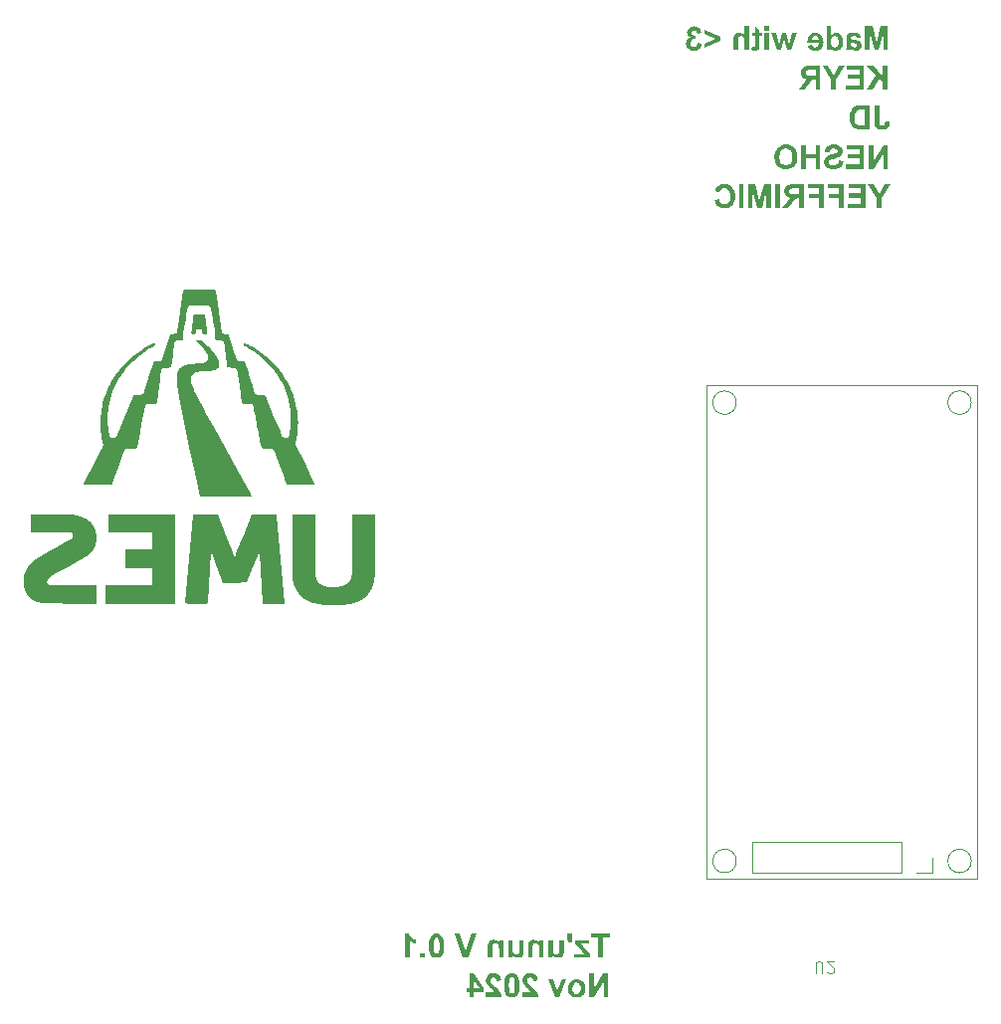
<source format=gbr>
%TF.GenerationSoftware,KiCad,Pcbnew,8.0.4*%
%TF.CreationDate,2024-10-11T13:15:18-06:00*%
%TF.ProjectId,cansat,63616e73-6174-42e6-9b69-6361645f7063,rev?*%
%TF.SameCoordinates,Original*%
%TF.FileFunction,Legend,Bot*%
%TF.FilePolarity,Positive*%
%FSLAX46Y46*%
G04 Gerber Fmt 4.6, Leading zero omitted, Abs format (unit mm)*
G04 Created by KiCad (PCBNEW 8.0.4) date 2024-10-11 13:15:18*
%MOMM*%
%LPD*%
G01*
G04 APERTURE LIST*
%ADD10C,0.400000*%
%ADD11C,0.000000*%
%ADD12C,0.100000*%
%ADD13C,0.120000*%
%ADD14C,0.050000*%
G04 APERTURE END LIST*
D10*
G36*
X153642009Y-126200000D02*
G01*
X153642009Y-124511793D01*
X154239427Y-124511793D01*
X154239427Y-124167899D01*
X152639148Y-124167899D01*
X152639148Y-124511793D01*
X153235101Y-124511793D01*
X153235101Y-126200000D01*
X153642009Y-126200000D01*
G37*
G36*
X152543405Y-126200000D02*
G01*
X152543405Y-125949895D01*
X151996789Y-125254291D01*
X151933775Y-125175034D01*
X151867371Y-125093480D01*
X151801586Y-125016557D01*
X151797487Y-125012002D01*
X151898352Y-125012002D01*
X151974808Y-125012002D01*
X152490160Y-125012002D01*
X152490160Y-124730635D01*
X151283600Y-124730635D01*
X151283600Y-124980739D01*
X151841451Y-125685136D01*
X152037822Y-125918632D01*
X151934462Y-125918632D01*
X151838520Y-125918632D01*
X151241102Y-125918632D01*
X151241102Y-126200000D01*
X152543405Y-126200000D01*
G37*
G36*
X150991974Y-124886950D02*
G01*
X151064759Y-124510327D01*
X151064759Y-124167899D01*
X150644661Y-124167899D01*
X150644661Y-124510327D01*
X150707676Y-124886950D01*
X150991974Y-124886950D01*
G37*
G36*
X149364829Y-126200000D02*
G01*
X149364829Y-125981646D01*
X149431621Y-126062132D01*
X149512565Y-126128467D01*
X149574389Y-126164829D01*
X149665174Y-126202652D01*
X149768294Y-126226008D01*
X149848429Y-126231263D01*
X149954148Y-126222126D01*
X150051487Y-126194718D01*
X150111723Y-126166294D01*
X150195939Y-126104881D01*
X150258872Y-126026215D01*
X150280739Y-125984089D01*
X150312590Y-125883224D01*
X150327903Y-125779965D01*
X150332956Y-125672103D01*
X150333007Y-125659246D01*
X150333007Y-124730635D01*
X149947103Y-124730635D01*
X149947103Y-125413049D01*
X149946365Y-125521951D01*
X149943637Y-125627471D01*
X149937175Y-125729069D01*
X149926099Y-125796999D01*
X149877285Y-125883227D01*
X149848429Y-125908862D01*
X149756432Y-125945888D01*
X149705303Y-125949895D01*
X149606252Y-125934316D01*
X149528471Y-125894696D01*
X149455759Y-125824251D01*
X149421004Y-125757920D01*
X149402344Y-125652141D01*
X149395589Y-125548178D01*
X149392634Y-125432917D01*
X149392184Y-125356873D01*
X149392184Y-124730635D01*
X149006280Y-124730635D01*
X149006280Y-126200000D01*
X149364829Y-126200000D01*
G37*
G36*
X147288276Y-126200000D02*
G01*
X147674180Y-126200000D01*
X147674180Y-125441381D01*
X147675737Y-125331594D01*
X147681211Y-125233483D01*
X147697560Y-125134320D01*
X147699092Y-125129727D01*
X147750353Y-125044312D01*
X147779204Y-125019818D01*
X147870863Y-124983830D01*
X147913049Y-124980739D01*
X148014038Y-124996594D01*
X148093300Y-125036915D01*
X148163838Y-125106561D01*
X148202721Y-125185415D01*
X148221698Y-125286307D01*
X148229168Y-125386474D01*
X148231916Y-125496338D01*
X148232030Y-125526866D01*
X148232030Y-126200000D01*
X148617934Y-126200000D01*
X148617934Y-124730635D01*
X148259385Y-124730635D01*
X148259385Y-124945080D01*
X148184292Y-124861577D01*
X148102261Y-124795351D01*
X148013292Y-124746402D01*
X147917384Y-124714728D01*
X147814539Y-124700331D01*
X147778715Y-124699371D01*
X147678438Y-124707030D01*
X147578741Y-124732409D01*
X147545219Y-124745778D01*
X147457220Y-124794865D01*
X147384996Y-124863991D01*
X147334506Y-124950957D01*
X147309769Y-125027145D01*
X147294342Y-125129713D01*
X147288801Y-125236806D01*
X147288276Y-125287997D01*
X147288276Y-126200000D01*
G37*
G36*
X145945429Y-126200000D02*
G01*
X145945429Y-125981646D01*
X146012221Y-126062132D01*
X146093165Y-126128467D01*
X146154989Y-126164829D01*
X146245774Y-126202652D01*
X146348894Y-126226008D01*
X146429030Y-126231263D01*
X146534748Y-126222126D01*
X146632087Y-126194718D01*
X146692323Y-126166294D01*
X146776539Y-126104881D01*
X146839472Y-126026215D01*
X146861339Y-125984089D01*
X146893190Y-125883224D01*
X146908503Y-125779965D01*
X146913556Y-125672103D01*
X146913607Y-125659246D01*
X146913607Y-124730635D01*
X146527704Y-124730635D01*
X146527704Y-125413049D01*
X146526965Y-125521951D01*
X146524237Y-125627471D01*
X146517776Y-125729069D01*
X146506699Y-125796999D01*
X146457885Y-125883227D01*
X146429030Y-125908862D01*
X146337032Y-125945888D01*
X146285903Y-125949895D01*
X146186852Y-125934316D01*
X146109071Y-125894696D01*
X146036360Y-125824251D01*
X146001605Y-125757920D01*
X145982944Y-125652141D01*
X145976189Y-125548178D01*
X145973234Y-125432917D01*
X145972784Y-125356873D01*
X145972784Y-124730635D01*
X145586880Y-124730635D01*
X145586880Y-126200000D01*
X145945429Y-126200000D01*
G37*
G36*
X143868876Y-126200000D02*
G01*
X144254780Y-126200000D01*
X144254780Y-125441381D01*
X144256337Y-125331594D01*
X144261811Y-125233483D01*
X144278160Y-125134320D01*
X144279692Y-125129727D01*
X144330953Y-125044312D01*
X144359804Y-125019818D01*
X144451463Y-124983830D01*
X144493649Y-124980739D01*
X144594638Y-124996594D01*
X144673900Y-125036915D01*
X144744438Y-125106561D01*
X144783321Y-125185415D01*
X144802298Y-125286307D01*
X144809768Y-125386474D01*
X144812516Y-125496338D01*
X144812630Y-125526866D01*
X144812630Y-126200000D01*
X145198534Y-126200000D01*
X145198534Y-124730635D01*
X144839986Y-124730635D01*
X144839986Y-124945080D01*
X144764892Y-124861577D01*
X144682861Y-124795351D01*
X144593892Y-124746402D01*
X144497984Y-124714728D01*
X144395139Y-124700331D01*
X144359316Y-124699371D01*
X144259038Y-124707030D01*
X144159341Y-124732409D01*
X144125819Y-124745778D01*
X144037820Y-124794865D01*
X143965596Y-124863991D01*
X143915107Y-124950957D01*
X143890369Y-125027145D01*
X143874942Y-125129713D01*
X143869401Y-125236806D01*
X143868876Y-125287997D01*
X143868876Y-126200000D01*
G37*
G36*
X142191905Y-126200000D02*
G01*
X142911933Y-124167899D01*
X142470830Y-124167899D01*
X141961339Y-125668527D01*
X141467969Y-124167899D01*
X141036636Y-124167899D01*
X141757641Y-126200000D01*
X142191905Y-126200000D01*
G37*
G36*
X139582777Y-124172944D02*
G01*
X139680413Y-124192315D01*
X139782861Y-124233278D01*
X139872968Y-124294016D01*
X139950732Y-124374528D01*
X140007726Y-124460791D01*
X140055060Y-124562653D01*
X140085972Y-124655373D01*
X140110702Y-124758078D01*
X140129249Y-124870765D01*
X140141614Y-124993436D01*
X140146830Y-125091991D01*
X140148569Y-125196161D01*
X140148393Y-125232176D01*
X140145760Y-125336059D01*
X140137334Y-125464859D01*
X140123290Y-125582561D01*
X140103628Y-125689166D01*
X140071152Y-125806815D01*
X140029897Y-125907124D01*
X139968806Y-126004605D01*
X139945830Y-126032052D01*
X139871567Y-126103768D01*
X139789301Y-126159547D01*
X139699032Y-126199389D01*
X139600761Y-126223294D01*
X139494487Y-126231263D01*
X139406337Y-126226218D01*
X139308839Y-126206846D01*
X139206507Y-126165884D01*
X139116471Y-126105146D01*
X139038729Y-126024633D01*
X138981735Y-125938299D01*
X138934401Y-125836223D01*
X138903490Y-125743227D01*
X138878760Y-125640157D01*
X138860213Y-125527011D01*
X138847848Y-125403791D01*
X138842632Y-125304764D01*
X138840893Y-125200069D01*
X139244382Y-125200069D01*
X139245008Y-125283036D01*
X139248294Y-125395750D01*
X139254396Y-125494382D01*
X139265075Y-125591654D01*
X139284438Y-125688555D01*
X139310358Y-125762835D01*
X139369434Y-125843893D01*
X139397950Y-125862914D01*
X139494487Y-125887369D01*
X139528467Y-125884713D01*
X139619050Y-125844870D01*
X139674177Y-125769462D01*
X139708932Y-125673412D01*
X139721050Y-125617478D01*
X139733308Y-125519339D01*
X139740378Y-125411377D01*
X139743721Y-125302429D01*
X139744591Y-125200069D01*
X139743965Y-125117195D01*
X139740680Y-125004503D01*
X139734577Y-124905757D01*
X139723898Y-124808177D01*
X139704535Y-124710607D01*
X139678615Y-124636326D01*
X139619539Y-124555268D01*
X139591024Y-124536248D01*
X139494487Y-124511793D01*
X139460537Y-124514510D01*
X139370411Y-124555268D01*
X139314890Y-124631226D01*
X139280041Y-124727704D01*
X139267923Y-124783454D01*
X139255665Y-124881350D01*
X139248596Y-124989097D01*
X139245253Y-125097862D01*
X139244382Y-125200069D01*
X138840893Y-125200069D01*
X138841660Y-125129537D01*
X138845687Y-125028517D01*
X138856426Y-124902748D01*
X138873302Y-124787175D01*
X138896314Y-124681799D01*
X138933709Y-124564420D01*
X138980692Y-124462973D01*
X139037264Y-124377459D01*
X139103645Y-124306242D01*
X139192375Y-124241777D01*
X139293261Y-124197368D01*
X139389409Y-124175266D01*
X139494487Y-124167899D01*
X139582777Y-124172944D01*
G37*
G36*
X138507745Y-126200000D02*
G01*
X138507745Y-125824842D01*
X138121353Y-125824842D01*
X138121353Y-126200000D01*
X138507745Y-126200000D01*
G37*
G36*
X136824424Y-126200000D02*
G01*
X137210327Y-126200000D01*
X137210327Y-124729658D01*
X137292307Y-124805277D01*
X137379611Y-124873135D01*
X137472238Y-124933230D01*
X137570189Y-124985563D01*
X137673463Y-125030134D01*
X137709071Y-125043265D01*
X137709071Y-124668108D01*
X137612157Y-124629392D01*
X137520528Y-124580027D01*
X137435578Y-124524599D01*
X137380809Y-124484438D01*
X137299110Y-124413729D01*
X137231332Y-124337404D01*
X137177477Y-124255460D01*
X137137543Y-124167899D01*
X136824424Y-124167899D01*
X136824424Y-126200000D01*
G37*
G36*
X154090928Y-129560000D02*
G01*
X154090928Y-127527899D01*
X153695254Y-127527899D01*
X152871179Y-128901032D01*
X152871179Y-127527899D01*
X152493579Y-127527899D01*
X152493579Y-129560000D01*
X152901465Y-129560000D01*
X153713328Y-128207383D01*
X153713328Y-129560000D01*
X154090928Y-129560000D01*
G37*
G36*
X151519966Y-128065325D02*
G01*
X151619434Y-128083185D01*
X151713895Y-128112952D01*
X151803349Y-128154626D01*
X151865780Y-128193352D01*
X151948993Y-128262711D01*
X152019687Y-128345594D01*
X152072016Y-128430621D01*
X152104222Y-128498844D01*
X152136798Y-128591199D01*
X152159286Y-128696995D01*
X152166782Y-128804801D01*
X152166412Y-128836069D01*
X152159286Y-128940792D01*
X152143091Y-129038175D01*
X152113476Y-129140482D01*
X152072016Y-129233203D01*
X152033422Y-129296177D01*
X151964068Y-129379498D01*
X151880957Y-129449449D01*
X151795533Y-129500404D01*
X151703271Y-129540155D01*
X151608688Y-129568548D01*
X151511784Y-129585584D01*
X151412561Y-129591263D01*
X151372509Y-129590408D01*
X151257527Y-129577585D01*
X151150309Y-129549375D01*
X151050852Y-129505778D01*
X150959158Y-129446793D01*
X150875226Y-129372421D01*
X150836990Y-129330392D01*
X150771800Y-129240358D01*
X150721654Y-129142356D01*
X150686552Y-129036385D01*
X150666493Y-128922446D01*
X150661321Y-128822386D01*
X151058408Y-128822386D01*
X151060913Y-128893973D01*
X151075338Y-128997051D01*
X151106894Y-129096154D01*
X151160990Y-129185331D01*
X151222282Y-129245545D01*
X151316025Y-129295176D01*
X151414026Y-129309895D01*
X151495144Y-129300042D01*
X151591521Y-129256250D01*
X151668039Y-129185331D01*
X151708200Y-129125361D01*
X151745341Y-129032801D01*
X151764667Y-128935928D01*
X151771109Y-128825317D01*
X151768593Y-128754587D01*
X151754098Y-128652631D01*
X151722392Y-128554425D01*
X151668039Y-128465792D01*
X151606275Y-128405341D01*
X151512142Y-128355516D01*
X151414026Y-128340739D01*
X151332985Y-128350631D01*
X151236952Y-128394595D01*
X151160990Y-128465792D01*
X151121020Y-128525431D01*
X151084054Y-128617222D01*
X151064820Y-128713087D01*
X151058408Y-128822386D01*
X150661321Y-128822386D01*
X150661270Y-128821409D01*
X150663129Y-128760498D01*
X150674489Y-128663445D01*
X150701755Y-128554349D01*
X150743892Y-128453289D01*
X150800902Y-128360267D01*
X150872784Y-128275282D01*
X150913495Y-128236697D01*
X151001227Y-128170911D01*
X151097375Y-128120307D01*
X151201938Y-128084884D01*
X151314915Y-128064643D01*
X151415491Y-128059371D01*
X151519966Y-128065325D01*
G37*
G36*
X149966643Y-129560000D02*
G01*
X150554780Y-128090635D01*
X150149337Y-128090635D01*
X149874808Y-128840460D01*
X149795184Y-129091053D01*
X149764654Y-128997172D01*
X149755129Y-128965024D01*
X149724904Y-128871693D01*
X149714096Y-128840460D01*
X149436636Y-128090635D01*
X149039497Y-128090635D01*
X149619330Y-129560000D01*
X149966643Y-129560000D01*
G37*
G36*
X146811514Y-129184842D02*
G01*
X146811514Y-129560000D01*
X148165108Y-129560000D01*
X148148621Y-129460471D01*
X148121144Y-129363628D01*
X148082676Y-129269473D01*
X148033217Y-129178004D01*
X147974870Y-129093297D01*
X147908523Y-129011723D01*
X147841717Y-128937423D01*
X147764439Y-128857373D01*
X147676691Y-128771576D01*
X147598953Y-128698799D01*
X147522221Y-128627194D01*
X147443178Y-128551310D01*
X147368933Y-128476628D01*
X147301914Y-128402521D01*
X147278506Y-128372002D01*
X147229986Y-128283388D01*
X147202693Y-128188319D01*
X147198883Y-128137529D01*
X147212160Y-128036857D01*
X147259848Y-127949510D01*
X147268248Y-127940669D01*
X147356837Y-127886927D01*
X147459734Y-127871793D01*
X147562359Y-127887678D01*
X147647692Y-127939641D01*
X147652198Y-127944089D01*
X147705857Y-128032904D01*
X147729774Y-128134249D01*
X147734752Y-128184424D01*
X148119678Y-128146322D01*
X148105403Y-128047544D01*
X148078796Y-127941070D01*
X148041850Y-127847750D01*
X147985681Y-127755503D01*
X147915439Y-127681161D01*
X147904256Y-127672002D01*
X147820431Y-127615853D01*
X147727957Y-127573494D01*
X147626834Y-127544927D01*
X147517063Y-127530151D01*
X147450453Y-127527899D01*
X147343194Y-127533532D01*
X147244900Y-127550430D01*
X147141553Y-127584384D01*
X147050408Y-127633671D01*
X146981995Y-127688122D01*
X146915567Y-127761770D01*
X146859628Y-127855154D01*
X146824999Y-127958370D01*
X146812180Y-128056748D01*
X146811514Y-128086238D01*
X146818383Y-128185935D01*
X146838991Y-128282060D01*
X146860362Y-128344159D01*
X146904967Y-128437467D01*
X146959855Y-128526017D01*
X147014724Y-128600614D01*
X147083280Y-128678283D01*
X147155433Y-128750960D01*
X147234492Y-128825943D01*
X147267759Y-128856580D01*
X147341283Y-128924127D01*
X147416992Y-128995310D01*
X147488966Y-129067024D01*
X147499302Y-129078353D01*
X147559932Y-129155485D01*
X147578436Y-129184842D01*
X146811514Y-129184842D01*
G37*
G36*
X145993663Y-127532944D02*
G01*
X146091299Y-127552315D01*
X146193747Y-127593278D01*
X146283854Y-127654016D01*
X146361618Y-127734528D01*
X146418612Y-127820791D01*
X146465946Y-127922653D01*
X146496858Y-128015373D01*
X146521588Y-128118078D01*
X146540135Y-128230765D01*
X146552500Y-128353436D01*
X146557716Y-128451991D01*
X146559455Y-128556161D01*
X146559280Y-128592176D01*
X146556646Y-128696059D01*
X146548220Y-128824859D01*
X146534176Y-128942561D01*
X146514515Y-129049166D01*
X146482038Y-129166815D01*
X146440784Y-129267124D01*
X146379692Y-129364605D01*
X146356716Y-129392052D01*
X146282453Y-129463768D01*
X146200187Y-129519547D01*
X146109919Y-129559389D01*
X146011647Y-129583294D01*
X145905373Y-129591263D01*
X145817224Y-129586218D01*
X145719725Y-129566846D01*
X145617393Y-129525884D01*
X145527357Y-129465146D01*
X145449616Y-129384633D01*
X145392622Y-129298299D01*
X145345288Y-129196223D01*
X145314376Y-129103227D01*
X145289646Y-129000157D01*
X145271099Y-128887011D01*
X145258734Y-128763791D01*
X145253518Y-128664764D01*
X145251779Y-128560069D01*
X145655268Y-128560069D01*
X145655894Y-128643036D01*
X145659180Y-128755750D01*
X145665282Y-128854382D01*
X145675961Y-128951654D01*
X145695324Y-129048555D01*
X145721244Y-129122835D01*
X145780321Y-129203893D01*
X145808836Y-129222914D01*
X145905373Y-129247369D01*
X145939353Y-129244713D01*
X146029937Y-129204870D01*
X146085063Y-129129462D01*
X146119818Y-129033412D01*
X146131937Y-128977478D01*
X146144195Y-128879339D01*
X146151264Y-128771377D01*
X146154607Y-128662429D01*
X146155478Y-128560069D01*
X146154852Y-128477195D01*
X146151566Y-128364503D01*
X146145464Y-128265757D01*
X146134785Y-128168177D01*
X146115422Y-128070607D01*
X146089501Y-127996326D01*
X146030425Y-127915268D01*
X146001910Y-127896248D01*
X145905373Y-127871793D01*
X145871423Y-127874510D01*
X145781297Y-127915268D01*
X145725776Y-127991226D01*
X145690928Y-128087704D01*
X145678809Y-128143454D01*
X145666551Y-128241350D01*
X145659482Y-128349097D01*
X145656139Y-128457862D01*
X145655268Y-128560069D01*
X145251779Y-128560069D01*
X145252546Y-128489537D01*
X145256573Y-128388517D01*
X145267312Y-128262748D01*
X145284188Y-128147175D01*
X145307200Y-128041799D01*
X145344595Y-127924420D01*
X145391578Y-127822973D01*
X145448150Y-127737459D01*
X145514531Y-127666242D01*
X145603262Y-127601777D01*
X145704147Y-127557368D01*
X145800295Y-127535266D01*
X145905373Y-127527899D01*
X145993663Y-127532944D01*
G37*
G36*
X143696929Y-129184842D02*
G01*
X143696929Y-129560000D01*
X145050523Y-129560000D01*
X145034036Y-129460471D01*
X145006559Y-129363628D01*
X144968091Y-129269473D01*
X144918632Y-129178004D01*
X144860285Y-129093297D01*
X144793939Y-129011723D01*
X144727132Y-128937423D01*
X144649854Y-128857373D01*
X144562106Y-128771576D01*
X144484368Y-128698799D01*
X144407637Y-128627194D01*
X144328593Y-128551310D01*
X144254348Y-128476628D01*
X144187330Y-128402521D01*
X144163921Y-128372002D01*
X144115401Y-128283388D01*
X144088108Y-128188319D01*
X144084298Y-128137529D01*
X144097575Y-128036857D01*
X144145263Y-127949510D01*
X144153663Y-127940669D01*
X144242253Y-127886927D01*
X144345150Y-127871793D01*
X144447774Y-127887678D01*
X144533107Y-127939641D01*
X144537613Y-127944089D01*
X144591272Y-128032904D01*
X144615189Y-128134249D01*
X144620167Y-128184424D01*
X145005094Y-128146322D01*
X144990818Y-128047544D01*
X144964211Y-127941070D01*
X144927266Y-127847750D01*
X144871096Y-127755503D01*
X144800855Y-127681161D01*
X144789672Y-127672002D01*
X144705846Y-127615853D01*
X144613372Y-127573494D01*
X144512249Y-127544927D01*
X144402478Y-127530151D01*
X144335868Y-127527899D01*
X144228609Y-127533532D01*
X144130315Y-127550430D01*
X144026968Y-127584384D01*
X143935823Y-127633671D01*
X143867411Y-127688122D01*
X143800983Y-127761770D01*
X143745043Y-127855154D01*
X143710414Y-127958370D01*
X143697595Y-128056748D01*
X143696929Y-128086238D01*
X143703798Y-128185935D01*
X143724406Y-128282060D01*
X143745778Y-128344159D01*
X143790382Y-128437467D01*
X143845270Y-128526017D01*
X143900139Y-128600614D01*
X143968695Y-128678283D01*
X144040849Y-128750960D01*
X144119907Y-128825943D01*
X144153175Y-128856580D01*
X144226698Y-128924127D01*
X144302407Y-128995310D01*
X144374381Y-129067024D01*
X144384717Y-129078353D01*
X144445347Y-129155485D01*
X144463852Y-129184842D01*
X143696929Y-129184842D01*
G37*
G36*
X143510816Y-128811151D02*
G01*
X143510816Y-129153579D01*
X142686741Y-129153579D01*
X142686741Y-129560000D01*
X142313049Y-129560000D01*
X142313049Y-129153579D01*
X142062944Y-129153579D01*
X142062944Y-128809685D01*
X142313049Y-128809685D01*
X142686741Y-128809685D01*
X143149337Y-128809685D01*
X142686741Y-128147299D01*
X142686741Y-128809685D01*
X142313049Y-128809685D01*
X142313049Y-127559162D01*
X142636915Y-127559162D01*
X143510816Y-128811151D01*
G37*
G36*
X177900697Y-49020000D02*
G01*
X177900697Y-46987899D01*
X177292044Y-46987899D01*
X176926657Y-48374221D01*
X176565177Y-46987899D01*
X175955547Y-46987899D01*
X175955547Y-49020000D01*
X176333147Y-49020000D01*
X176333147Y-47420209D01*
X176733217Y-49020000D01*
X177124494Y-49020000D01*
X177523098Y-47420209D01*
X177523098Y-49020000D01*
X177900697Y-49020000D01*
G37*
G36*
X175031641Y-47519761D02*
G01*
X175130068Y-47525600D01*
X175232483Y-47541267D01*
X175333156Y-47570851D01*
X175425540Y-47619023D01*
X175476591Y-47660170D01*
X175541961Y-47736059D01*
X175593885Y-47828949D01*
X175628750Y-47925792D01*
X175278506Y-47988318D01*
X175248670Y-47918777D01*
X175185205Y-47842260D01*
X175125740Y-47813877D01*
X175024005Y-47800739D01*
X175014575Y-47800786D01*
X174909348Y-47809996D01*
X174816887Y-47849099D01*
X174775488Y-47913824D01*
X174761688Y-48011277D01*
X174761688Y-48050844D01*
X174824337Y-48073528D01*
X174919631Y-48100142D01*
X175026396Y-48124773D01*
X175136845Y-48147076D01*
X175149301Y-48149531D01*
X175253118Y-48172788D01*
X175350978Y-48201076D01*
X175444103Y-48238422D01*
X175469985Y-48252214D01*
X175548912Y-48311907D01*
X175609699Y-48389364D01*
X175626727Y-48420715D01*
X175659051Y-48515604D01*
X175668806Y-48613091D01*
X175666776Y-48659566D01*
X175647361Y-48756599D01*
X175601680Y-48852178D01*
X175538869Y-48927187D01*
X175486794Y-48969353D01*
X175396123Y-49016245D01*
X175290382Y-49043508D01*
X175183740Y-49051263D01*
X175136296Y-49049528D01*
X175037271Y-49033869D01*
X174943405Y-49001926D01*
X174894692Y-48977956D01*
X174807698Y-48920791D01*
X174731402Y-48853426D01*
X174717725Y-48900809D01*
X174711022Y-48924585D01*
X174680600Y-49020000D01*
X174299092Y-49020000D01*
X174302236Y-49013448D01*
X174341835Y-48918272D01*
X174368457Y-48823140D01*
X174379769Y-48739975D01*
X174385551Y-48638637D01*
X174387020Y-48537864D01*
X174385731Y-48404996D01*
X174761688Y-48404996D01*
X174763478Y-48485628D01*
X174776831Y-48583782D01*
X174800050Y-48634248D01*
X174868667Y-48704926D01*
X174874599Y-48708923D01*
X174965875Y-48753653D01*
X175067969Y-48769895D01*
X175133342Y-48762064D01*
X175221842Y-48714207D01*
X175253784Y-48677046D01*
X175282414Y-48580851D01*
X175271767Y-48526079D01*
X175206699Y-48451891D01*
X175188562Y-48442097D01*
X175093979Y-48410437D01*
X174996650Y-48388387D01*
X174957823Y-48380350D01*
X174857554Y-48357979D01*
X174761688Y-48332212D01*
X174761688Y-48404996D01*
X174385731Y-48404996D01*
X174382623Y-48084549D01*
X174383078Y-48038501D01*
X174388742Y-47929347D01*
X174402850Y-47830270D01*
X174434403Y-47737236D01*
X174456282Y-47702867D01*
X174527902Y-47631754D01*
X174612212Y-47580921D01*
X174683500Y-47553993D01*
X174783479Y-47532895D01*
X174889931Y-47522317D01*
X174996650Y-47519371D01*
X175031641Y-47519761D01*
G37*
G36*
X173057362Y-47722581D02*
G01*
X173103089Y-47674954D01*
X173188069Y-47606887D01*
X173279361Y-47558267D01*
X173376964Y-47529095D01*
X173480879Y-47519371D01*
X173546008Y-47522402D01*
X173653114Y-47542287D01*
X173751479Y-47580732D01*
X173841101Y-47637736D01*
X173921981Y-47713300D01*
X173962854Y-47764576D01*
X174013945Y-47851965D01*
X174052773Y-47951926D01*
X174079341Y-48064457D01*
X174092113Y-48167835D01*
X174096371Y-48279944D01*
X174093570Y-48368535D01*
X174082190Y-48472212D01*
X174062057Y-48568041D01*
X174026342Y-48672679D01*
X173978022Y-48766016D01*
X173917096Y-48848053D01*
X173871148Y-48895680D01*
X173785303Y-48963747D01*
X173692538Y-49012367D01*
X173592855Y-49041539D01*
X173486252Y-49051263D01*
X173432276Y-49048387D01*
X173332532Y-49027792D01*
X173241032Y-48991179D01*
X173175164Y-48952006D01*
X173095274Y-48883909D01*
X173030006Y-48805554D01*
X173030006Y-49020000D01*
X172671458Y-49020000D01*
X172671458Y-48296064D01*
X173056385Y-48296064D01*
X173058674Y-48367073D01*
X173071864Y-48468731D01*
X173100715Y-48565507D01*
X173150174Y-48651193D01*
X173186553Y-48691533D01*
X173274918Y-48750304D01*
X173376343Y-48769895D01*
X173386772Y-48769740D01*
X173483038Y-48751193D01*
X173572071Y-48695088D01*
X173637683Y-48611625D01*
X173662807Y-48557279D01*
X173687995Y-48457178D01*
X173699077Y-48358068D01*
X173702163Y-48257473D01*
X173700713Y-48202336D01*
X173689111Y-48102684D01*
X173662192Y-48007510D01*
X173609351Y-47915533D01*
X173566618Y-47870804D01*
X173475971Y-47816882D01*
X173379274Y-47800739D01*
X173319751Y-47806302D01*
X173222233Y-47846153D01*
X173147243Y-47916999D01*
X173107493Y-47984105D01*
X173076349Y-48081640D01*
X173060732Y-48187932D01*
X173056385Y-48296064D01*
X172671458Y-48296064D01*
X172671458Y-46987899D01*
X173057362Y-46987899D01*
X173057362Y-47722581D01*
G37*
G36*
X171779212Y-47520179D02*
G01*
X171882126Y-47532286D01*
X171977965Y-47558922D01*
X172066728Y-47600086D01*
X172148416Y-47655779D01*
X172223028Y-47726001D01*
X172267450Y-47780009D01*
X172322977Y-47870295D01*
X172365177Y-47971709D01*
X172394052Y-48084252D01*
X172407933Y-48186538D01*
X172412561Y-48296552D01*
X172407494Y-48407183D01*
X172392296Y-48510463D01*
X172366965Y-48606393D01*
X172324607Y-48709022D01*
X172268457Y-48801646D01*
X172206524Y-48873557D01*
X172119420Y-48943762D01*
X172018373Y-48996415D01*
X171923514Y-49026886D01*
X171818971Y-49045168D01*
X171704745Y-49051263D01*
X171603455Y-49046307D01*
X171497141Y-49028508D01*
X171400901Y-48997764D01*
X171304675Y-48947704D01*
X171247614Y-48905354D01*
X171173356Y-48829336D01*
X171112700Y-48738326D01*
X171070202Y-48644842D01*
X171455129Y-48582316D01*
X171483201Y-48648697D01*
X171548918Y-48725443D01*
X171603683Y-48754224D01*
X171700837Y-48769895D01*
X171749300Y-48766426D01*
X171843699Y-48735108D01*
X171923586Y-48671221D01*
X171974943Y-48594031D01*
X172006097Y-48498140D01*
X172016887Y-48394738D01*
X171049685Y-48394738D01*
X171049359Y-48367179D01*
X171051897Y-48261418D01*
X171063202Y-48144633D01*
X171433147Y-48144633D01*
X172010048Y-48144633D01*
X172006669Y-48078332D01*
X171982168Y-47979357D01*
X171928960Y-47893063D01*
X171907642Y-47871425D01*
X171822331Y-47818411D01*
X171720376Y-47800739D01*
X171698525Y-47801512D01*
X171598669Y-47828560D01*
X171519609Y-47888667D01*
X171475693Y-47951235D01*
X171443269Y-48047222D01*
X171433147Y-48144633D01*
X171063202Y-48144633D01*
X171063720Y-48139285D01*
X171085156Y-48028338D01*
X171116203Y-47928577D01*
X171166149Y-47823631D01*
X171229937Y-47734794D01*
X171266406Y-47696295D01*
X171346582Y-47630659D01*
X171436410Y-47580169D01*
X171535890Y-47544827D01*
X171645020Y-47524631D01*
X171743335Y-47519371D01*
X171779212Y-47520179D01*
G37*
G36*
X169693161Y-49020000D02*
G01*
X170154780Y-47550635D01*
X169779623Y-47550635D01*
X169506071Y-48513440D01*
X169254501Y-47550635D01*
X168882274Y-47550635D01*
X168639009Y-48513440D01*
X168360572Y-47550635D01*
X167979553Y-47550635D01*
X168448499Y-49020000D01*
X168819260Y-49020000D01*
X169070830Y-48074780D01*
X169318004Y-49020000D01*
X169693161Y-49020000D01*
G37*
G36*
X167788555Y-47331793D02*
G01*
X167788555Y-46987899D01*
X167402163Y-46987899D01*
X167402163Y-47331793D01*
X167788555Y-47331793D01*
G37*
G36*
X167788555Y-49020000D02*
G01*
X167788555Y-47550635D01*
X167402163Y-47550635D01*
X167402163Y-49020000D01*
X167788555Y-49020000D01*
G37*
G36*
X166341660Y-47550635D02*
G01*
X166341660Y-47832002D01*
X166605443Y-47832002D01*
X166605443Y-48469965D01*
X166604727Y-48575380D01*
X166600970Y-48674291D01*
X166598115Y-48696133D01*
X166563433Y-48749378D01*
X166498464Y-48769895D01*
X166401954Y-48752348D01*
X166343126Y-48732770D01*
X166309909Y-49000460D01*
X166406755Y-49029384D01*
X166511913Y-49046301D01*
X166614724Y-49051263D01*
X166714131Y-49042226D01*
X166803279Y-49015115D01*
X166890520Y-48961725D01*
X166926378Y-48921814D01*
X166967360Y-48829340D01*
X166980600Y-48766964D01*
X166989759Y-48662306D01*
X166992382Y-48561050D01*
X166992812Y-48487062D01*
X166992812Y-47832002D01*
X167170132Y-47832002D01*
X167170132Y-47550635D01*
X166992812Y-47550635D01*
X166992812Y-47269267D01*
X166605443Y-47050425D01*
X166605443Y-47550635D01*
X166341660Y-47550635D01*
G37*
G36*
X165693928Y-46987899D02*
G01*
X165693928Y-47727466D01*
X165621377Y-47656747D01*
X165530222Y-47592733D01*
X165432054Y-47548635D01*
X165326874Y-47524452D01*
X165247452Y-47519371D01*
X165143454Y-47527595D01*
X165048162Y-47552264D01*
X165007117Y-47569197D01*
X164918417Y-47621919D01*
X164849358Y-47691406D01*
X164845917Y-47696203D01*
X164797957Y-47783033D01*
X164771667Y-47867662D01*
X164757976Y-47969643D01*
X164752598Y-48077713D01*
X164751639Y-48159288D01*
X164751639Y-49020000D01*
X165137543Y-49020000D01*
X165137543Y-48234515D01*
X165138917Y-48128422D01*
X165144498Y-48025773D01*
X165159525Y-47938004D01*
X165214444Y-47855345D01*
X165237194Y-47837864D01*
X165331629Y-47803676D01*
X165376413Y-47800739D01*
X165478182Y-47815886D01*
X165548360Y-47848611D01*
X165620711Y-47917218D01*
X165659246Y-47991737D01*
X165682955Y-48093090D01*
X165692269Y-48197388D01*
X165693928Y-48275059D01*
X165693928Y-49020000D01*
X166079832Y-49020000D01*
X166079832Y-46987899D01*
X165693928Y-46987899D01*
G37*
G36*
X162281856Y-48801158D02*
G01*
X163662805Y-48200321D01*
X163662805Y-47867662D01*
X162281856Y-47269267D01*
X162281856Y-47613161D01*
X163245150Y-48027397D01*
X162281856Y-48457264D01*
X162281856Y-48801158D01*
G37*
G36*
X162053733Y-48443098D02*
G01*
X161680041Y-48394738D01*
X161660516Y-48490755D01*
X161619133Y-48582500D01*
X161583810Y-48627257D01*
X161503238Y-48684759D01*
X161408069Y-48707056D01*
X161394277Y-48707369D01*
X161297185Y-48689884D01*
X161214492Y-48637431D01*
X161193510Y-48616022D01*
X161140375Y-48531241D01*
X161115371Y-48434235D01*
X161111444Y-48369337D01*
X161122504Y-48267945D01*
X161159446Y-48177329D01*
X161190090Y-48136817D01*
X161270876Y-48075108D01*
X161366689Y-48051180D01*
X161380600Y-48050844D01*
X161478932Y-48061004D01*
X161557920Y-48079665D01*
X161515422Y-47769476D01*
X161416450Y-47763966D01*
X161322256Y-47736320D01*
X161276552Y-47707927D01*
X161214637Y-47631723D01*
X161193998Y-47534026D01*
X161215352Y-47437652D01*
X161254570Y-47386992D01*
X161345513Y-47339555D01*
X161415282Y-47331793D01*
X161512127Y-47349853D01*
X161584298Y-47395785D01*
X161643077Y-47479938D01*
X161669295Y-47581898D01*
X162024912Y-47525722D01*
X162001054Y-47426709D01*
X161967566Y-47330653D01*
X161922244Y-47241961D01*
X161913049Y-47227745D01*
X161848683Y-47150580D01*
X161767694Y-47086878D01*
X161704466Y-47051891D01*
X161608359Y-47015458D01*
X161504749Y-46994148D01*
X161404047Y-46987899D01*
X161301402Y-46994133D01*
X161191677Y-47017164D01*
X161092752Y-47057165D01*
X161004625Y-47114136D01*
X160948290Y-47165219D01*
X160879811Y-47249841D01*
X160833744Y-47340490D01*
X160810087Y-47437168D01*
X160806629Y-47493482D01*
X160820490Y-47601937D01*
X160862074Y-47700342D01*
X160931380Y-47788695D01*
X161012851Y-47856427D01*
X161096301Y-47907229D01*
X160994997Y-47940250D01*
X160907242Y-47991684D01*
X160833034Y-48061531D01*
X160819818Y-48077711D01*
X160764949Y-48165533D01*
X160730402Y-48264137D01*
X160716685Y-48362098D01*
X160715771Y-48396692D01*
X160722588Y-48495725D01*
X160747776Y-48604144D01*
X160791524Y-48704896D01*
X160853831Y-48797981D01*
X160909699Y-48859776D01*
X160985588Y-48924852D01*
X161082590Y-48983756D01*
X161188709Y-49024335D01*
X161286923Y-49044531D01*
X161391835Y-49051263D01*
X161490971Y-49045355D01*
X161598381Y-49023530D01*
X161696909Y-48985622D01*
X161786555Y-48931633D01*
X161845150Y-48883224D01*
X161916573Y-48804561D01*
X161973551Y-48716034D01*
X162016083Y-48617642D01*
X162044169Y-48509387D01*
X162053733Y-48443098D01*
G37*
G36*
X177889951Y-52380000D02*
G01*
X177889951Y-50347899D01*
X177483042Y-50347899D01*
X177483042Y-51246224D01*
X176661409Y-50347899D01*
X176114794Y-50347899D01*
X176872923Y-51139246D01*
X176073761Y-52380000D01*
X176599860Y-52380000D01*
X177153314Y-51433803D01*
X177483042Y-51768904D01*
X177483042Y-52380000D01*
X177889951Y-52380000D01*
G37*
G36*
X175874947Y-52380000D02*
G01*
X175874947Y-50347899D01*
X174381646Y-50347899D01*
X174381646Y-50691793D01*
X175468039Y-50691793D01*
X175468039Y-51129476D01*
X174456873Y-51129476D01*
X174456873Y-51473370D01*
X175468039Y-51473370D01*
X175468039Y-52036106D01*
X174343056Y-52036106D01*
X174343056Y-52380000D01*
X175874947Y-52380000D01*
G37*
G36*
X173479902Y-52380000D02*
G01*
X173479902Y-51524661D01*
X174217515Y-50347899D01*
X173740753Y-50347899D01*
X173266922Y-51162693D01*
X172802861Y-50347899D01*
X172333914Y-50347899D01*
X173074459Y-51527592D01*
X173074459Y-52380000D01*
X173479902Y-52380000D01*
G37*
G36*
X172141451Y-52380000D02*
G01*
X171735031Y-52380000D01*
X171735031Y-51535896D01*
X171652477Y-51535896D01*
X171643789Y-51535918D01*
X171544298Y-51540197D01*
X171447801Y-51558367D01*
X171404279Y-51578317D01*
X171325680Y-51641409D01*
X171290662Y-51682167D01*
X171229458Y-51763254D01*
X171166550Y-51852235D01*
X171111235Y-51933035D01*
X170817166Y-52380000D01*
X170330635Y-52380000D01*
X170576831Y-51984326D01*
X170629324Y-51900566D01*
X170685270Y-51815695D01*
X170742225Y-51735645D01*
X170808374Y-51655087D01*
X170860130Y-51604078D01*
X170940558Y-51539792D01*
X171025750Y-51484605D01*
X170993111Y-51479291D01*
X170887019Y-51453929D01*
X170793597Y-51418049D01*
X170702342Y-51364163D01*
X170627634Y-51296538D01*
X170569290Y-51217037D01*
X170527616Y-51127522D01*
X170502612Y-51027993D01*
X170495652Y-50936524D01*
X170913398Y-50936524D01*
X170917453Y-50989180D01*
X170954919Y-51084535D01*
X170983665Y-51118090D01*
X171068736Y-51168066D01*
X171127066Y-51179637D01*
X171232662Y-51188052D01*
X171332126Y-51191161D01*
X171434124Y-51192002D01*
X171735031Y-51192002D01*
X171735031Y-50691793D01*
X171417515Y-50691793D01*
X171318843Y-50692120D01*
X171219801Y-50693503D01*
X171121004Y-50698632D01*
X171047852Y-50719146D01*
X170967620Y-50775812D01*
X170930554Y-50836627D01*
X170913398Y-50936524D01*
X170495652Y-50936524D01*
X170494277Y-50918450D01*
X170494621Y-50896016D01*
X170506642Y-50788597D01*
X170535837Y-50689097D01*
X170582205Y-50597515D01*
X170642884Y-50518241D01*
X170722854Y-50450324D01*
X170816678Y-50402609D01*
X170866638Y-50386848D01*
X170964533Y-50367187D01*
X171068324Y-50355593D01*
X171170757Y-50349822D01*
X171285624Y-50347899D01*
X172141451Y-50347899D01*
X172141451Y-52380000D01*
G37*
G36*
X177168457Y-53707899D02*
G01*
X176763014Y-53707899D01*
X176763014Y-54992128D01*
X176765118Y-55096817D01*
X176772674Y-55202780D01*
X176787744Y-55304545D01*
X176806978Y-55379497D01*
X176847838Y-55473714D01*
X176903921Y-55556880D01*
X176975229Y-55628995D01*
X177021423Y-55664284D01*
X177116606Y-55715997D01*
X177214319Y-55747757D01*
X177324365Y-55766144D01*
X177430774Y-55771263D01*
X177537856Y-55765406D01*
X177635251Y-55747838D01*
X177736638Y-55712539D01*
X177824841Y-55661298D01*
X177889951Y-55604689D01*
X177952642Y-55524143D01*
X178000093Y-55428683D01*
X178028635Y-55334991D01*
X178045980Y-55230343D01*
X178052128Y-55114738D01*
X177668667Y-55083475D01*
X177659578Y-55187678D01*
X177635322Y-55286573D01*
X177617864Y-55321856D01*
X177546978Y-55393984D01*
X177449726Y-55425720D01*
X177417096Y-55427369D01*
X177319901Y-55414470D01*
X177236354Y-55363179D01*
X177225122Y-55349211D01*
X177188434Y-55257497D01*
X177172940Y-55149095D01*
X177168513Y-55038675D01*
X177168457Y-55023391D01*
X177168457Y-53707899D01*
G37*
G36*
X176339497Y-55740000D02*
G01*
X175574040Y-55740000D01*
X175519154Y-55739328D01*
X175417854Y-55733954D01*
X175317395Y-55721487D01*
X175214026Y-55697013D01*
X175191844Y-55689567D01*
X175099155Y-55651623D01*
X175009854Y-55600942D01*
X174928262Y-55534836D01*
X174919563Y-55526174D01*
X174854541Y-55450940D01*
X174797640Y-55365142D01*
X174748860Y-55268780D01*
X174712840Y-55175799D01*
X174705327Y-55152815D01*
X174680125Y-55055499D01*
X174662676Y-54949574D01*
X174653771Y-54849827D01*
X174650802Y-54743489D01*
X174651082Y-54724438D01*
X175071388Y-54724438D01*
X175072037Y-54781758D01*
X175077227Y-54887149D01*
X175089270Y-54990971D01*
X175112909Y-55096664D01*
X175120818Y-55121544D01*
X175160048Y-55213778D01*
X175219399Y-55292547D01*
X175287713Y-55340446D01*
X175383042Y-55376566D01*
X175420702Y-55384180D01*
X175523231Y-55393797D01*
X175629239Y-55396106D01*
X175932588Y-55396106D01*
X175932588Y-54051793D01*
X175749895Y-54051793D01*
X175734515Y-54051812D01*
X175622980Y-54053339D01*
X175521953Y-54057975D01*
X175416259Y-54071332D01*
X175409155Y-54072934D01*
X175312090Y-54107725D01*
X175228192Y-54167076D01*
X175210149Y-54185531D01*
X175151731Y-54270239D01*
X175112909Y-54363447D01*
X175100948Y-54405490D01*
X175083107Y-54505535D01*
X175073983Y-54613765D01*
X175071388Y-54724438D01*
X174651082Y-54724438D01*
X174651832Y-54673475D01*
X174657242Y-54573807D01*
X174669414Y-54465645D01*
X174687896Y-54366225D01*
X174716748Y-54263307D01*
X174738834Y-54203878D01*
X174786044Y-54104359D01*
X174842836Y-54014422D01*
X174909211Y-53934068D01*
X174949976Y-53893940D01*
X175029544Y-53831806D01*
X175117073Y-53782656D01*
X175212561Y-53746489D01*
X175285986Y-53729606D01*
X175386471Y-53716378D01*
X175491687Y-53709746D01*
X175596022Y-53707899D01*
X176339497Y-53707899D01*
X176339497Y-55740000D01*
G37*
G36*
X177890928Y-59100000D02*
G01*
X177890928Y-57067899D01*
X177495254Y-57067899D01*
X176671179Y-58441032D01*
X176671179Y-57067899D01*
X176293579Y-57067899D01*
X176293579Y-59100000D01*
X176701465Y-59100000D01*
X177513328Y-57747383D01*
X177513328Y-59100000D01*
X177890928Y-59100000D01*
G37*
G36*
X175874947Y-59100000D02*
G01*
X175874947Y-57067899D01*
X174381646Y-57067899D01*
X174381646Y-57411793D01*
X175468039Y-57411793D01*
X175468039Y-57849476D01*
X174456873Y-57849476D01*
X174456873Y-58193370D01*
X175468039Y-58193370D01*
X175468039Y-58756106D01*
X174343056Y-58756106D01*
X174343056Y-59100000D01*
X175874947Y-59100000D01*
G37*
G36*
X174112002Y-58443475D02*
G01*
X173716329Y-58412212D01*
X173690474Y-58512907D01*
X173648152Y-58605758D01*
X173585067Y-58684752D01*
X173571737Y-58696510D01*
X173487506Y-58748239D01*
X173385265Y-58778496D01*
X173276692Y-58787369D01*
X173173884Y-58780916D01*
X173077599Y-58758610D01*
X172986992Y-58710810D01*
X172980669Y-58705792D01*
X172912549Y-58628748D01*
X172881894Y-58534581D01*
X172881018Y-58514305D01*
X172906659Y-58417216D01*
X172923028Y-58394626D01*
X173004883Y-58335341D01*
X173069085Y-58308653D01*
X173166792Y-58278760D01*
X173266436Y-58251445D01*
X173363865Y-58225820D01*
X173394905Y-58217794D01*
X173492271Y-58190808D01*
X173596547Y-58156095D01*
X173687119Y-58118841D01*
X173775466Y-58072165D01*
X173853593Y-58014584D01*
X173925922Y-57937538D01*
X173980485Y-57853432D01*
X174017284Y-57762267D01*
X174036318Y-57664042D01*
X174039218Y-57604745D01*
X174028944Y-57500316D01*
X173998120Y-57400621D01*
X173952267Y-57314096D01*
X173890129Y-57235566D01*
X173813011Y-57169725D01*
X173720914Y-57116574D01*
X173700697Y-57107466D01*
X173602766Y-57073227D01*
X173506764Y-57052199D01*
X173402335Y-57040025D01*
X173304047Y-57036636D01*
X173190169Y-57040798D01*
X173085450Y-57053285D01*
X172989890Y-57074095D01*
X172887308Y-57110056D01*
X172797915Y-57158004D01*
X172733496Y-57207117D01*
X172658225Y-57287149D01*
X172600393Y-57378074D01*
X172559998Y-57479891D01*
X172539252Y-57575833D01*
X172531751Y-57661898D01*
X172938660Y-57661898D01*
X172966526Y-57561308D01*
X173020395Y-57473993D01*
X173050523Y-57446475D01*
X173142206Y-57401395D01*
X173246986Y-57382848D01*
X173308443Y-57380530D01*
X173411521Y-57387495D01*
X173507717Y-57411244D01*
X173585903Y-57451849D01*
X173645283Y-57534006D01*
X173650383Y-57574947D01*
X173616311Y-57668462D01*
X173589811Y-57694626D01*
X173501311Y-57743559D01*
X173407888Y-57777631D01*
X173303553Y-57808395D01*
X173216120Y-57830914D01*
X173110189Y-57858128D01*
X173015146Y-57885548D01*
X172918024Y-57917798D01*
X172825173Y-57955000D01*
X172776971Y-57978436D01*
X172694186Y-58030844D01*
X172617117Y-58100944D01*
X172554710Y-58184089D01*
X172508821Y-58280972D01*
X172483634Y-58381569D01*
X172474425Y-58482304D01*
X172474110Y-58506001D01*
X172483507Y-58612542D01*
X172511700Y-58714790D01*
X172558688Y-58812745D01*
X172570341Y-58831821D01*
X172630770Y-58911093D01*
X172703795Y-58978000D01*
X172789417Y-59032543D01*
X172842428Y-59057501D01*
X172935759Y-59089772D01*
X173039898Y-59112822D01*
X173139886Y-59125428D01*
X173248148Y-59130974D01*
X173280600Y-59131263D01*
X173395644Y-59126981D01*
X173502031Y-59114137D01*
X173599759Y-59092730D01*
X173705604Y-59055739D01*
X173798981Y-59006417D01*
X173867271Y-58955896D01*
X173938237Y-58884301D01*
X173997628Y-58801405D01*
X174045444Y-58707209D01*
X174081686Y-58601714D01*
X174103045Y-58505168D01*
X174112002Y-58443475D01*
G37*
G36*
X172141451Y-59100000D02*
G01*
X172141451Y-57067899D01*
X171735031Y-57067899D01*
X171735031Y-57880739D01*
X170937822Y-57880739D01*
X170937822Y-57067899D01*
X170531402Y-57067899D01*
X170531402Y-59100000D01*
X170937822Y-59100000D01*
X170937822Y-58224633D01*
X171735031Y-58224633D01*
X171735031Y-59100000D01*
X172141451Y-59100000D01*
G37*
G36*
X169261544Y-57036949D02*
G01*
X169364743Y-57042973D01*
X169462473Y-57056664D01*
X169567467Y-57081699D01*
X169665317Y-57116748D01*
X169674119Y-57120534D01*
X169768105Y-57170374D01*
X169849039Y-57228706D01*
X169925680Y-57299441D01*
X169940323Y-57314893D01*
X170007700Y-57395932D01*
X170065345Y-57483268D01*
X170113258Y-57576901D01*
X170149042Y-57673543D01*
X170176036Y-57779674D01*
X170192179Y-57878198D01*
X170201865Y-57983693D01*
X170205094Y-58096161D01*
X170204835Y-58126184D01*
X170198618Y-58242218D01*
X170184112Y-58351765D01*
X170161317Y-58454824D01*
X170130234Y-58551395D01*
X170079723Y-58662986D01*
X170016260Y-58764440D01*
X169939846Y-58855757D01*
X169852460Y-58935126D01*
X169756082Y-59001043D01*
X169650712Y-59053507D01*
X169536349Y-59092520D01*
X169438385Y-59114043D01*
X169334666Y-59126958D01*
X169225191Y-59131263D01*
X169117091Y-59126935D01*
X169014562Y-59113952D01*
X168917606Y-59092313D01*
X168804245Y-59053094D01*
X168699590Y-59000350D01*
X168603642Y-58934083D01*
X168516399Y-58854291D01*
X168484279Y-58818836D01*
X168413045Y-58722901D01*
X168354763Y-58616544D01*
X168317463Y-58523953D01*
X168288451Y-58424691D01*
X168267729Y-58318758D01*
X168255295Y-58206155D01*
X168251151Y-58086880D01*
X168251318Y-58077110D01*
X168671737Y-58077110D01*
X168671889Y-58099133D01*
X168677215Y-58204050D01*
X168693650Y-58318522D01*
X168721042Y-58420525D01*
X168766846Y-58523772D01*
X168827564Y-58610048D01*
X168847384Y-58631521D01*
X168922133Y-58695765D01*
X169017808Y-58748407D01*
X169124412Y-58778884D01*
X169226657Y-58787369D01*
X169256733Y-58786670D01*
X169356771Y-58773226D01*
X169461139Y-58736911D01*
X169554882Y-58678246D01*
X169628192Y-58608583D01*
X169647298Y-58585519D01*
X169704463Y-58494488D01*
X169741443Y-58403698D01*
X169767329Y-58301127D01*
X169782121Y-58186776D01*
X169785973Y-58082484D01*
X169785823Y-58060645D01*
X169780563Y-57956643D01*
X169764335Y-57843271D01*
X169737287Y-57742366D01*
X169692056Y-57640402D01*
X169632100Y-57555408D01*
X169612484Y-57534231D01*
X169526389Y-57463187D01*
X169428081Y-57414003D01*
X169332044Y-57388898D01*
X169226657Y-57380530D01*
X169195659Y-57381205D01*
X169093267Y-57394208D01*
X168987869Y-57429334D01*
X168894866Y-57486074D01*
X168823656Y-57553454D01*
X168814310Y-57564406D01*
X168757192Y-57650846D01*
X168714613Y-57754396D01*
X168689688Y-57856772D01*
X168675446Y-57971719D01*
X168671737Y-58077110D01*
X168251318Y-58077110D01*
X168252195Y-58025875D01*
X168260545Y-57908959D01*
X168277245Y-57798836D01*
X168302295Y-57695506D01*
X168335695Y-57598969D01*
X168377445Y-57509225D01*
X168441376Y-57406598D01*
X168518353Y-57314584D01*
X168606206Y-57234511D01*
X168702765Y-57168010D01*
X168808031Y-57115080D01*
X168922002Y-57075722D01*
X169019447Y-57054008D01*
X169122464Y-57040979D01*
X169231053Y-57036636D01*
X169261544Y-57036949D01*
G37*
G36*
X177366294Y-62460000D02*
G01*
X177366294Y-61604661D01*
X178103907Y-60427899D01*
X177627145Y-60427899D01*
X177153314Y-61242693D01*
X176689253Y-60427899D01*
X176220307Y-60427899D01*
X176960851Y-61607592D01*
X176960851Y-62460000D01*
X177366294Y-62460000D01*
G37*
G36*
X176029309Y-62460000D02*
G01*
X176029309Y-60427899D01*
X174536008Y-60427899D01*
X174536008Y-60771793D01*
X175622400Y-60771793D01*
X175622400Y-61209476D01*
X174611235Y-61209476D01*
X174611235Y-61553370D01*
X175622400Y-61553370D01*
X175622400Y-62116106D01*
X174497418Y-62116106D01*
X174497418Y-62460000D01*
X176029309Y-62460000D01*
G37*
G36*
X174160362Y-62460000D02*
G01*
X174160362Y-60427899D01*
X172779902Y-60427899D01*
X172779902Y-60771793D01*
X173753942Y-60771793D01*
X173753942Y-61240739D01*
X172913258Y-61240739D01*
X172913258Y-61584633D01*
X173753942Y-61584633D01*
X173753942Y-62460000D01*
X174160362Y-62460000D01*
G37*
G36*
X172450662Y-62460000D02*
G01*
X172450662Y-60427899D01*
X171070202Y-60427899D01*
X171070202Y-60771793D01*
X172044242Y-60771793D01*
X172044242Y-61240739D01*
X171203558Y-61240739D01*
X171203558Y-61584633D01*
X172044242Y-61584633D01*
X172044242Y-62460000D01*
X172450662Y-62460000D01*
G37*
G36*
X170742428Y-62460000D02*
G01*
X170336008Y-62460000D01*
X170336008Y-61615896D01*
X170253454Y-61615896D01*
X170244766Y-61615918D01*
X170145275Y-61620197D01*
X170048778Y-61638367D01*
X170005256Y-61658317D01*
X169926657Y-61721409D01*
X169891639Y-61762167D01*
X169830435Y-61843254D01*
X169767527Y-61932235D01*
X169712212Y-62013035D01*
X169418143Y-62460000D01*
X168931612Y-62460000D01*
X169177808Y-62064326D01*
X169230301Y-61980566D01*
X169286247Y-61895695D01*
X169343202Y-61815645D01*
X169409351Y-61735087D01*
X169461107Y-61684078D01*
X169541535Y-61619792D01*
X169626727Y-61564605D01*
X169594088Y-61559291D01*
X169487996Y-61533929D01*
X169394574Y-61498049D01*
X169303319Y-61444163D01*
X169228611Y-61376538D01*
X169170267Y-61297037D01*
X169128593Y-61207522D01*
X169103589Y-61107993D01*
X169096629Y-61016524D01*
X169514375Y-61016524D01*
X169518430Y-61069180D01*
X169555896Y-61164535D01*
X169584642Y-61198090D01*
X169669713Y-61248066D01*
X169728043Y-61259637D01*
X169833639Y-61268052D01*
X169933103Y-61271161D01*
X170035101Y-61272002D01*
X170336008Y-61272002D01*
X170336008Y-60771793D01*
X170018492Y-60771793D01*
X169919820Y-60772120D01*
X169820778Y-60773503D01*
X169721981Y-60778632D01*
X169648829Y-60799146D01*
X169568597Y-60855812D01*
X169531531Y-60916627D01*
X169514375Y-61016524D01*
X169096629Y-61016524D01*
X169095254Y-60998450D01*
X169095598Y-60976016D01*
X169107619Y-60868597D01*
X169136814Y-60769097D01*
X169183182Y-60677515D01*
X169243861Y-60598241D01*
X169323831Y-60530324D01*
X169417655Y-60482609D01*
X169467615Y-60466848D01*
X169565510Y-60447187D01*
X169669301Y-60435593D01*
X169771734Y-60429822D01*
X169886601Y-60427899D01*
X170742428Y-60427899D01*
X170742428Y-62460000D01*
G37*
G36*
X168735729Y-62460000D02*
G01*
X168735729Y-60427899D01*
X168329309Y-60427899D01*
X168329309Y-62460000D01*
X168735729Y-62460000D01*
G37*
G36*
X167951221Y-62460000D02*
G01*
X167951221Y-60427899D01*
X167342568Y-60427899D01*
X166977180Y-61814221D01*
X166615701Y-60427899D01*
X166006071Y-60427899D01*
X166006071Y-62460000D01*
X166383670Y-62460000D01*
X166383670Y-60860209D01*
X166783740Y-62460000D01*
X167175017Y-62460000D01*
X167573621Y-60860209D01*
X167573621Y-62460000D01*
X167951221Y-62460000D01*
G37*
G36*
X165627006Y-62460000D02*
G01*
X165627006Y-60427899D01*
X165220586Y-60427899D01*
X165220586Y-62460000D01*
X165627006Y-62460000D01*
G37*
G36*
X163548499Y-61678422D02*
G01*
X163154291Y-61803475D01*
X163185618Y-61903397D01*
X163222813Y-61994948D01*
X163275191Y-62093757D01*
X163336019Y-62180511D01*
X163405297Y-62255210D01*
X163456175Y-62298311D01*
X163539128Y-62353260D01*
X163630084Y-62396840D01*
X163729042Y-62429051D01*
X163836004Y-62449894D01*
X163950967Y-62459368D01*
X163991067Y-62460000D01*
X164089100Y-62455756D01*
X164205373Y-62438516D01*
X164314681Y-62408014D01*
X164417025Y-62364251D01*
X164512404Y-62307226D01*
X164600818Y-62236939D01*
X164650523Y-62188401D01*
X164724826Y-62098661D01*
X164786536Y-61999190D01*
X164835651Y-61889986D01*
X164865876Y-61795617D01*
X164888041Y-61695019D01*
X164902146Y-61588194D01*
X164908191Y-61475140D01*
X164908443Y-61445903D01*
X164904390Y-61324820D01*
X164892232Y-61210697D01*
X164871967Y-61103536D01*
X164843597Y-61003335D01*
X164807121Y-60910095D01*
X164750127Y-60803335D01*
X164680467Y-60707450D01*
X164649057Y-60672142D01*
X164563863Y-60592772D01*
X164470703Y-60526856D01*
X164369576Y-60474391D01*
X164260482Y-60435379D01*
X164143422Y-60409819D01*
X164044038Y-60399057D01*
X163966154Y-60396636D01*
X163853996Y-60402289D01*
X163748635Y-60419247D01*
X163650072Y-60447512D01*
X163558307Y-60487082D01*
X163473340Y-60537958D01*
X163395170Y-60600140D01*
X163365806Y-60628178D01*
X163301448Y-60704260D01*
X163245638Y-60795240D01*
X163203817Y-60887070D01*
X163168541Y-60990306D01*
X163159665Y-61021898D01*
X163562177Y-61084424D01*
X163595870Y-60982850D01*
X163647919Y-60897091D01*
X163711165Y-60832854D01*
X163794851Y-60780290D01*
X163890080Y-60749546D01*
X163986671Y-60740530D01*
X164093283Y-60750483D01*
X164189392Y-60780341D01*
X164275000Y-60830106D01*
X164350104Y-60899776D01*
X164411012Y-60991764D01*
X164450031Y-61092540D01*
X164472872Y-61193988D01*
X164485924Y-61309347D01*
X164489323Y-61416106D01*
X164485971Y-61529092D01*
X164475918Y-61631440D01*
X164455006Y-61740216D01*
X164424444Y-61833673D01*
X164376589Y-61923345D01*
X164352058Y-61955394D01*
X164278266Y-62025705D01*
X164194155Y-62075928D01*
X164099725Y-62106061D01*
X163994975Y-62116106D01*
X163888846Y-62103638D01*
X163793454Y-62066234D01*
X163716050Y-62010593D01*
X163649522Y-61932817D01*
X163600660Y-61842588D01*
X163565985Y-61746295D01*
X163548499Y-61678422D01*
G37*
D11*
G36*
X119626476Y-71499509D02*
G01*
X119682059Y-71501810D01*
X119702494Y-71503741D01*
X119718956Y-71506261D01*
X119732141Y-71509422D01*
X119742748Y-71513275D01*
X119751473Y-71517873D01*
X119759016Y-71523266D01*
X119773340Y-71536647D01*
X119776733Y-71540196D01*
X119779979Y-71543971D01*
X119783094Y-71548086D01*
X119786098Y-71552654D01*
X119789007Y-71557787D01*
X119791840Y-71563600D01*
X119794613Y-71570204D01*
X119797346Y-71577714D01*
X119800056Y-71586241D01*
X119802760Y-71595900D01*
X119805476Y-71606802D01*
X119808222Y-71619062D01*
X119811017Y-71632792D01*
X119813876Y-71648105D01*
X119816819Y-71665114D01*
X119819863Y-71683933D01*
X119826326Y-71727451D01*
X119833406Y-71779562D01*
X119841245Y-71841172D01*
X119849987Y-71913184D01*
X119859772Y-71996503D01*
X119870743Y-72092033D01*
X119896811Y-72323344D01*
X119931170Y-72620066D01*
X119954718Y-72837103D01*
X119961746Y-72919571D01*
X119965243Y-72986713D01*
X119964931Y-73040063D01*
X119960533Y-73081153D01*
X119951775Y-73111515D01*
X119945673Y-73123152D01*
X119938378Y-73132682D01*
X119929854Y-73140295D01*
X119920067Y-73146184D01*
X119896565Y-73153556D01*
X119867595Y-73156328D01*
X119832882Y-73156033D01*
X119745118Y-73152371D01*
X119565201Y-73147079D01*
X119556382Y-72944232D01*
X119547562Y-72741384D01*
X119071314Y-72741384D01*
X119062494Y-72944232D01*
X119053675Y-73147079D01*
X118875522Y-73152371D01*
X118786608Y-73155247D01*
X118751363Y-73155258D01*
X118735898Y-73154439D01*
X118721815Y-73152894D01*
X118709074Y-73150488D01*
X118697632Y-73147088D01*
X118687448Y-73142561D01*
X118678479Y-73136773D01*
X118670686Y-73129592D01*
X118664024Y-73120883D01*
X118658454Y-73110514D01*
X118653933Y-73098350D01*
X118650420Y-73084259D01*
X118647873Y-73068107D01*
X118646250Y-73049760D01*
X118645510Y-73029086D01*
X118645611Y-73005951D01*
X118646511Y-72980221D01*
X118650543Y-72920445D01*
X118657273Y-72848690D01*
X118666367Y-72763890D01*
X118690314Y-72550884D01*
X118748301Y-72040319D01*
X118786445Y-71733981D01*
X118800142Y-71641429D01*
X118811359Y-71580772D01*
X118820922Y-71545622D01*
X118829658Y-71529593D01*
X118831614Y-71527971D01*
X118834189Y-71526408D01*
X118837400Y-71524906D01*
X118841268Y-71523461D01*
X118851044Y-71520741D01*
X118863668Y-71518238D01*
X118879289Y-71515942D01*
X118898057Y-71513842D01*
X118920123Y-71511928D01*
X118945635Y-71510190D01*
X118974743Y-71508617D01*
X119007599Y-71507199D01*
X119085148Y-71504787D01*
X119179483Y-71502871D01*
X119291801Y-71501370D01*
X119546626Y-71498944D01*
X119626476Y-71499509D01*
G37*
G36*
X117245688Y-96104092D02*
G01*
X111319022Y-96104092D01*
X111319022Y-94551870D01*
X115323051Y-94551870D01*
X115319520Y-93805746D01*
X115314231Y-93061386D01*
X114171229Y-93056091D01*
X113029993Y-93052566D01*
X113033521Y-92279980D01*
X113038813Y-91509161D01*
X114180048Y-91503869D01*
X115323051Y-91500341D01*
X115323051Y-90036315D01*
X111548328Y-90036315D01*
X111548328Y-88484092D01*
X117245688Y-88484092D01*
X117245688Y-96104092D01*
G37*
G36*
X125913439Y-88575814D02*
G01*
X126241521Y-92329370D01*
X126566077Y-96045883D01*
X126574897Y-96104092D01*
X124691062Y-96104092D01*
X124682242Y-96045883D01*
X124407078Y-91696133D01*
X124407017Y-91691919D01*
X124406840Y-91687892D01*
X124406554Y-91684072D01*
X124406168Y-91680478D01*
X124405688Y-91677133D01*
X124405124Y-91674057D01*
X124404482Y-91671270D01*
X124403770Y-91668793D01*
X124402996Y-91666647D01*
X124402168Y-91664852D01*
X124401293Y-91663429D01*
X124400380Y-91662399D01*
X124399911Y-91662038D01*
X124399435Y-91661782D01*
X124398954Y-91661635D01*
X124398468Y-91661600D01*
X124397978Y-91661677D01*
X124397485Y-91661871D01*
X124396990Y-91662184D01*
X124396494Y-91662618D01*
X124353581Y-91770714D01*
X124243696Y-92057732D01*
X123888492Y-92992593D01*
X123389312Y-94313745D01*
X122368021Y-94319039D01*
X121346729Y-94322564D01*
X120844022Y-92990829D01*
X120488156Y-92052881D01*
X120378189Y-91769446D01*
X120336020Y-91667913D01*
X120050272Y-96072341D01*
X120050077Y-96075071D01*
X120049807Y-96076375D01*
X120049396Y-96077640D01*
X120048827Y-96078865D01*
X120048082Y-96080053D01*
X120047142Y-96081202D01*
X120045990Y-96082315D01*
X120044607Y-96083391D01*
X120042974Y-96084431D01*
X120041074Y-96085436D01*
X120038889Y-96086407D01*
X120036400Y-96087343D01*
X120033589Y-96088245D01*
X120030438Y-96089115D01*
X120026928Y-96089953D01*
X120018761Y-96091534D01*
X120008942Y-96092993D01*
X119997325Y-96094335D01*
X119983764Y-96095565D01*
X119968115Y-96096688D01*
X119950231Y-96097708D01*
X119929967Y-96098631D01*
X119907176Y-96099462D01*
X119881714Y-96100204D01*
X119853435Y-96100863D01*
X119822193Y-96101444D01*
X119787842Y-96101952D01*
X119709231Y-96102768D01*
X119616438Y-96103348D01*
X119508297Y-96103731D01*
X119383643Y-96103957D01*
X119080134Y-96104092D01*
X118630148Y-96103044D01*
X118329817Y-96099682D01*
X118162110Y-96093674D01*
X118122667Y-96089574D01*
X118113116Y-96087232D01*
X118109992Y-96084689D01*
X118755576Y-88558175D01*
X118764396Y-88484092D01*
X119808619Y-88487620D01*
X120851078Y-88492912D01*
X121574271Y-90332647D01*
X122123282Y-91708481D01*
X122263345Y-92044171D01*
X122300200Y-92124828D01*
X122315104Y-92147689D01*
X122378521Y-91995664D01*
X122539338Y-91598238D01*
X123055938Y-90307954D01*
X123782660Y-88492912D01*
X124842757Y-88487620D01*
X125902854Y-88484092D01*
X125913439Y-88575814D01*
G37*
G36*
X129151938Y-90969413D02*
G01*
X129156347Y-92879483D01*
X129162355Y-93381172D01*
X129171340Y-93592315D01*
X129188412Y-93694323D01*
X129210518Y-93791324D01*
X129237647Y-93883312D01*
X129269788Y-93970283D01*
X129306931Y-94052230D01*
X129349066Y-94129150D01*
X129396183Y-94201036D01*
X129448272Y-94267883D01*
X129505321Y-94329687D01*
X129567320Y-94386443D01*
X129634260Y-94438144D01*
X129706130Y-94484786D01*
X129782920Y-94526364D01*
X129864618Y-94562872D01*
X129951216Y-94594306D01*
X130042702Y-94620660D01*
X130130168Y-94640220D01*
X130223266Y-94656589D01*
X130321057Y-94669801D01*
X130422599Y-94679889D01*
X130526953Y-94686886D01*
X130633177Y-94690827D01*
X130740332Y-94691745D01*
X130847476Y-94689673D01*
X130953669Y-94684646D01*
X131057971Y-94676696D01*
X131159441Y-94665857D01*
X131257139Y-94652164D01*
X131350124Y-94635648D01*
X131437455Y-94616345D01*
X131518193Y-94594288D01*
X131591396Y-94569509D01*
X131636882Y-94551206D01*
X131681355Y-94530732D01*
X131724753Y-94508149D01*
X131767014Y-94483520D01*
X131808076Y-94456907D01*
X131847877Y-94428371D01*
X131886355Y-94397975D01*
X131923448Y-94365780D01*
X131959095Y-94331849D01*
X131993232Y-94296244D01*
X132025799Y-94259026D01*
X132056732Y-94220258D01*
X132085971Y-94180002D01*
X132113453Y-94138320D01*
X132139116Y-94095273D01*
X132162897Y-94050924D01*
X132175393Y-94024257D01*
X132187709Y-93994680D01*
X132199786Y-93962426D01*
X132211569Y-93927728D01*
X132223001Y-93890819D01*
X132234024Y-93851930D01*
X132244582Y-93811294D01*
X132254619Y-93769145D01*
X132264076Y-93725713D01*
X132272898Y-93681233D01*
X132281028Y-93635936D01*
X132288408Y-93590055D01*
X132294982Y-93543823D01*
X132300693Y-93497472D01*
X132305485Y-93451234D01*
X132309299Y-93405343D01*
X132315776Y-93133979D01*
X132321426Y-92558675D01*
X132325423Y-91763767D01*
X132326938Y-90833592D01*
X132326938Y-88484092D01*
X134249576Y-88484092D01*
X134249576Y-91001162D01*
X134244505Y-92910791D01*
X134238414Y-93471459D01*
X134230173Y-93731661D01*
X134200115Y-93989759D01*
X134155484Y-94233002D01*
X134127658Y-94349101D01*
X134096135Y-94461543D01*
X134060897Y-94570348D01*
X134021925Y-94675535D01*
X133979201Y-94777122D01*
X133932707Y-94875130D01*
X133882426Y-94969576D01*
X133828338Y-95060480D01*
X133770426Y-95147860D01*
X133708673Y-95231737D01*
X133643059Y-95312129D01*
X133573566Y-95389055D01*
X133500178Y-95462535D01*
X133422874Y-95532586D01*
X133341638Y-95599229D01*
X133256452Y-95662482D01*
X133167297Y-95722364D01*
X133074155Y-95778895D01*
X132977008Y-95832094D01*
X132875838Y-95881979D01*
X132770626Y-95928570D01*
X132661356Y-95971885D01*
X132430566Y-96048766D01*
X132183321Y-96112774D01*
X131919478Y-96164062D01*
X131764188Y-96188013D01*
X131617082Y-96207168D01*
X131472127Y-96221859D01*
X131323285Y-96232415D01*
X131164521Y-96239167D01*
X130989800Y-96242447D01*
X130793085Y-96242585D01*
X130568340Y-96239910D01*
X130357989Y-96235498D01*
X130179678Y-96229742D01*
X130025924Y-96221960D01*
X129889244Y-96211470D01*
X129762154Y-96197590D01*
X129637173Y-96179637D01*
X129506818Y-96156930D01*
X129363605Y-96128787D01*
X129149839Y-96078938D01*
X128947703Y-96019963D01*
X128757126Y-95951789D01*
X128578040Y-95874345D01*
X128410375Y-95787558D01*
X128254060Y-95691355D01*
X128109026Y-95585665D01*
X127975203Y-95470415D01*
X127852522Y-95345532D01*
X127740913Y-95210944D01*
X127640305Y-95066579D01*
X127550630Y-94912365D01*
X127471817Y-94748228D01*
X127403796Y-94574098D01*
X127346499Y-94389901D01*
X127299854Y-94195565D01*
X127274298Y-94067500D01*
X127263988Y-94006525D01*
X127255151Y-93941316D01*
X127247657Y-93867166D01*
X127241377Y-93779372D01*
X127236183Y-93673227D01*
X127231944Y-93544027D01*
X127228533Y-93387066D01*
X127225819Y-93197640D01*
X127223673Y-92971042D01*
X127221967Y-92702569D01*
X127219355Y-92021174D01*
X127216950Y-91115814D01*
X127209897Y-88484092D01*
X129151938Y-88484092D01*
X129151938Y-90969413D01*
G37*
G36*
X106560047Y-88485856D02*
G01*
X107333375Y-88488006D01*
X107854522Y-88492471D01*
X108179547Y-88500243D01*
X108364509Y-88512315D01*
X108521317Y-88531924D01*
X108672847Y-88555664D01*
X108818988Y-88583493D01*
X108959627Y-88615364D01*
X109094654Y-88651236D01*
X109223959Y-88691063D01*
X109347429Y-88734803D01*
X109464953Y-88782410D01*
X109576422Y-88833841D01*
X109681722Y-88889053D01*
X109780745Y-88948001D01*
X109873377Y-89010641D01*
X109959508Y-89076929D01*
X110039028Y-89146822D01*
X110111825Y-89220275D01*
X110177787Y-89297245D01*
X110211454Y-89340975D01*
X110243649Y-89386136D01*
X110274345Y-89432671D01*
X110303517Y-89480524D01*
X110331139Y-89529638D01*
X110357184Y-89579956D01*
X110381628Y-89631422D01*
X110404444Y-89683977D01*
X110425606Y-89737567D01*
X110445089Y-89792133D01*
X110462866Y-89847618D01*
X110478913Y-89903967D01*
X110493203Y-89961122D01*
X110505710Y-90019026D01*
X110516408Y-90077623D01*
X110525272Y-90136855D01*
X110530651Y-90181300D01*
X110534901Y-90229563D01*
X110540128Y-90335128D01*
X110541178Y-90448713D01*
X110538281Y-90565481D01*
X110531662Y-90680595D01*
X110521550Y-90789219D01*
X110508172Y-90886515D01*
X110500329Y-90929403D01*
X110491755Y-90967646D01*
X110467691Y-91054163D01*
X110439056Y-91138550D01*
X110405703Y-91220995D01*
X110367484Y-91301683D01*
X110324253Y-91380800D01*
X110275862Y-91458531D01*
X110222164Y-91535064D01*
X110163012Y-91610585D01*
X110098257Y-91685278D01*
X110027754Y-91759331D01*
X109951355Y-91832928D01*
X109868911Y-91906257D01*
X109780277Y-91979504D01*
X109685305Y-92052853D01*
X109583848Y-92126492D01*
X109475757Y-92200607D01*
X109401636Y-92249268D01*
X109365807Y-92272226D01*
X109327949Y-92295884D01*
X109285926Y-92321454D01*
X109237601Y-92350147D01*
X109180838Y-92383177D01*
X109113499Y-92421754D01*
X108938546Y-92520397D01*
X108695650Y-92655773D01*
X107937647Y-93075497D01*
X107105532Y-93539398D01*
X106826893Y-93697597D01*
X106694105Y-93775759D01*
X106651720Y-93805167D01*
X106612500Y-93833916D01*
X106576387Y-93862091D01*
X106543320Y-93889778D01*
X106513239Y-93917061D01*
X106486086Y-93944027D01*
X106461802Y-93970761D01*
X106440325Y-93997347D01*
X106421598Y-94023871D01*
X106405561Y-94050418D01*
X106392154Y-94077074D01*
X106381318Y-94103923D01*
X106372994Y-94131052D01*
X106367121Y-94158545D01*
X106363641Y-94186488D01*
X106362494Y-94214965D01*
X106362767Y-94234634D01*
X106363600Y-94253337D01*
X106365018Y-94271141D01*
X106367042Y-94288113D01*
X106369697Y-94304319D01*
X106373006Y-94319829D01*
X106376991Y-94334707D01*
X106381677Y-94349023D01*
X106387086Y-94362842D01*
X106393242Y-94376233D01*
X106400168Y-94389261D01*
X106407888Y-94401995D01*
X106416424Y-94414502D01*
X106425799Y-94426849D01*
X106436038Y-94439102D01*
X106447162Y-94451330D01*
X106464415Y-94469609D01*
X106472733Y-94477854D01*
X106481419Y-94485529D01*
X106486033Y-94489159D01*
X106490900Y-94492655D01*
X106496074Y-94496019D01*
X106501607Y-94499253D01*
X106507553Y-94502360D01*
X106513966Y-94505342D01*
X106520900Y-94508202D01*
X106528409Y-94510943D01*
X106536545Y-94513567D01*
X106545363Y-94516077D01*
X106554916Y-94518474D01*
X106565257Y-94520763D01*
X106576441Y-94522944D01*
X106588521Y-94525022D01*
X106601550Y-94526998D01*
X106615583Y-94528875D01*
X106630672Y-94530655D01*
X106646872Y-94532341D01*
X106682817Y-94535441D01*
X106723847Y-94538196D01*
X106770391Y-94540626D01*
X106822878Y-94542750D01*
X106881736Y-94544590D01*
X106947395Y-94546166D01*
X107020284Y-94547498D01*
X107100831Y-94548607D01*
X107189466Y-94549512D01*
X107286617Y-94550235D01*
X107392713Y-94550795D01*
X107633456Y-94551510D01*
X107915127Y-94551818D01*
X108614979Y-94551870D01*
X110560551Y-94551870D01*
X110560551Y-96105856D01*
X108350394Y-96098800D01*
X106987046Y-96093785D01*
X106568146Y-96089562D01*
X106278045Y-96082485D01*
X106081954Y-96071275D01*
X105945084Y-96054649D01*
X105832647Y-96031326D01*
X105709855Y-96000024D01*
X105653562Y-95984486D01*
X105597851Y-95967664D01*
X105542806Y-95949596D01*
X105488514Y-95930322D01*
X105435058Y-95909880D01*
X105382525Y-95888308D01*
X105331000Y-95865647D01*
X105280567Y-95841934D01*
X105231313Y-95817208D01*
X105183323Y-95791508D01*
X105136681Y-95764872D01*
X105091472Y-95737341D01*
X105047784Y-95708951D01*
X105005699Y-95679743D01*
X104965305Y-95649754D01*
X104926685Y-95619024D01*
X104885713Y-95583107D01*
X104845550Y-95544262D01*
X104806301Y-95502663D01*
X104768073Y-95458482D01*
X104730972Y-95411894D01*
X104695103Y-95363070D01*
X104660573Y-95312185D01*
X104627487Y-95259411D01*
X104595951Y-95204921D01*
X104566072Y-95148888D01*
X104537955Y-95091487D01*
X104511706Y-95032888D01*
X104487431Y-94973267D01*
X104465236Y-94912796D01*
X104445226Y-94851648D01*
X104427509Y-94789996D01*
X104412802Y-94732990D01*
X104406738Y-94707299D01*
X104401463Y-94682537D01*
X104396922Y-94657991D01*
X104393060Y-94632951D01*
X104389824Y-94606708D01*
X104387158Y-94578550D01*
X104385009Y-94547766D01*
X104383323Y-94513648D01*
X104382045Y-94475482D01*
X104381121Y-94432560D01*
X104380118Y-94329604D01*
X104379880Y-94199093D01*
X104379964Y-93973481D01*
X104381525Y-93893065D01*
X104384512Y-93828235D01*
X104389235Y-93774485D01*
X104396004Y-93727308D01*
X104405130Y-93682198D01*
X104416923Y-93634649D01*
X104446712Y-93530214D01*
X104481938Y-93428460D01*
X104522745Y-93329218D01*
X104569278Y-93232317D01*
X104621681Y-93137586D01*
X104680100Y-93044855D01*
X104744678Y-92953953D01*
X104815561Y-92864710D01*
X104892893Y-92776956D01*
X104976820Y-92690519D01*
X105067484Y-92605230D01*
X105165033Y-92520917D01*
X105269609Y-92437410D01*
X105381358Y-92354540D01*
X105500425Y-92272134D01*
X105626954Y-92190023D01*
X105788459Y-92095352D01*
X106100115Y-91918163D01*
X106516944Y-91683758D01*
X106993967Y-91417437D01*
X107874146Y-90923772D01*
X108171196Y-90754411D01*
X108315119Y-90669552D01*
X108346394Y-90647963D01*
X108374822Y-90627394D01*
X108400531Y-90607667D01*
X108423652Y-90588605D01*
X108444313Y-90570029D01*
X108462643Y-90551760D01*
X108478773Y-90533620D01*
X108492830Y-90515431D01*
X108504944Y-90497015D01*
X108515244Y-90478193D01*
X108523860Y-90458787D01*
X108530920Y-90438619D01*
X108536553Y-90417510D01*
X108540890Y-90395283D01*
X108544059Y-90371758D01*
X108546189Y-90346758D01*
X108547638Y-90315828D01*
X108547920Y-90302273D01*
X108547869Y-90289818D01*
X108547456Y-90278335D01*
X108546653Y-90267694D01*
X108545431Y-90257766D01*
X108543762Y-90248422D01*
X108541618Y-90239533D01*
X108538971Y-90230969D01*
X108535790Y-90222602D01*
X108532050Y-90214302D01*
X108527720Y-90205940D01*
X108522772Y-90197387D01*
X108517179Y-90188513D01*
X108510911Y-90179189D01*
X108506351Y-90172790D01*
X108501306Y-90166194D01*
X108495826Y-90159454D01*
X108489964Y-90152621D01*
X108483771Y-90145746D01*
X108477300Y-90138881D01*
X108470601Y-90132079D01*
X108463726Y-90125390D01*
X108456727Y-90118867D01*
X108449656Y-90112561D01*
X108442564Y-90106523D01*
X108435503Y-90100806D01*
X108428525Y-90095461D01*
X108421681Y-90090540D01*
X108415024Y-90086094D01*
X108408603Y-90082176D01*
X108402884Y-90078810D01*
X108397094Y-90075654D01*
X108390927Y-90072700D01*
X108384075Y-90069939D01*
X108376231Y-90067364D01*
X108367088Y-90064968D01*
X108356337Y-90062742D01*
X108343671Y-90060679D01*
X108328784Y-90058771D01*
X108311367Y-90057010D01*
X108291113Y-90055388D01*
X108267714Y-90053899D01*
X108240864Y-90052533D01*
X108210254Y-90051284D01*
X108175577Y-90050143D01*
X108136525Y-90049103D01*
X108092792Y-90048156D01*
X108044069Y-90047295D01*
X107930426Y-90045796D01*
X107793135Y-90044545D01*
X107629738Y-90043481D01*
X107437773Y-90042540D01*
X107214782Y-90041661D01*
X106665882Y-90039842D01*
X104986661Y-90036315D01*
X104986661Y-88484092D01*
X106560047Y-88485856D01*
G37*
G36*
X119984649Y-69382113D02*
G01*
X120378134Y-69386026D01*
X120492866Y-69389615D01*
X120566235Y-69394569D01*
X120608227Y-69401093D01*
X120628824Y-69409395D01*
X120632831Y-69412181D01*
X120636894Y-69415228D01*
X120640988Y-69418508D01*
X120645087Y-69421991D01*
X120649166Y-69425651D01*
X120653198Y-69429457D01*
X120657157Y-69433382D01*
X120661019Y-69437398D01*
X120664756Y-69441476D01*
X120668343Y-69445588D01*
X120671755Y-69449704D01*
X120674965Y-69453798D01*
X120677948Y-69457839D01*
X120680677Y-69461801D01*
X120683127Y-69465654D01*
X120685273Y-69469370D01*
X120693602Y-69511077D01*
X120711233Y-69618143D01*
X120769937Y-69999418D01*
X120852453Y-70555319D01*
X120949854Y-71227967D01*
X121129771Y-72465776D01*
X121214438Y-73018314D01*
X121217476Y-73028641D01*
X121220651Y-73038462D01*
X121223988Y-73047790D01*
X121227512Y-73056637D01*
X121231246Y-73065013D01*
X121235215Y-73072930D01*
X121239443Y-73080401D01*
X121243955Y-73087436D01*
X121248774Y-73094047D01*
X121253924Y-73100246D01*
X121259431Y-73106045D01*
X121265317Y-73111455D01*
X121271608Y-73116488D01*
X121278328Y-73121155D01*
X121285501Y-73125468D01*
X121293150Y-73129439D01*
X121301301Y-73133079D01*
X121309977Y-73136400D01*
X121319203Y-73139413D01*
X121329003Y-73142131D01*
X121339401Y-73144564D01*
X121350422Y-73146725D01*
X121362089Y-73148625D01*
X121374427Y-73150276D01*
X121387460Y-73151688D01*
X121401212Y-73152875D01*
X121430971Y-73154617D01*
X121463898Y-73155594D01*
X121500187Y-73155898D01*
X121560951Y-73156767D01*
X121587972Y-73157898D01*
X121612910Y-73159536D01*
X121635885Y-73161712D01*
X121657014Y-73164456D01*
X121676418Y-73167799D01*
X121694215Y-73171773D01*
X121710523Y-73176408D01*
X121725462Y-73181736D01*
X121739150Y-73187787D01*
X121751707Y-73194593D01*
X121763251Y-73202184D01*
X121773901Y-73210592D01*
X121783775Y-73219847D01*
X121792994Y-73229981D01*
X121803584Y-73256691D01*
X121826453Y-73323274D01*
X121903237Y-73558284D01*
X122011771Y-73899459D01*
X122140479Y-74311245D01*
X122269822Y-74724629D01*
X122380147Y-75067733D01*
X122459715Y-75304672D01*
X122484296Y-75372117D01*
X122496784Y-75399564D01*
X122501226Y-75404101D01*
X122505965Y-75408456D01*
X122511020Y-75412629D01*
X122516408Y-75416624D01*
X122522147Y-75420444D01*
X122528255Y-75424090D01*
X122534752Y-75427566D01*
X122541654Y-75430873D01*
X122548979Y-75434016D01*
X122556747Y-75436995D01*
X122564974Y-75439815D01*
X122573679Y-75442477D01*
X122592597Y-75447338D01*
X122613643Y-75451599D01*
X122636963Y-75455282D01*
X122662701Y-75458407D01*
X122691002Y-75460994D01*
X122722011Y-75463065D01*
X122755873Y-75464639D01*
X122792732Y-75465738D01*
X122832733Y-75466382D01*
X122876020Y-75466593D01*
X122949125Y-75466686D01*
X123005115Y-75467337D01*
X123027648Y-75468046D01*
X123047049Y-75469104D01*
X123063701Y-75470581D01*
X123077986Y-75472546D01*
X123090287Y-75475069D01*
X123100986Y-75478220D01*
X123110465Y-75482068D01*
X123119107Y-75486684D01*
X123127294Y-75492137D01*
X123135409Y-75498497D01*
X123152952Y-75514217D01*
X123157286Y-75518714D01*
X123161729Y-75524050D01*
X123166336Y-75530388D01*
X123171163Y-75537895D01*
X123176266Y-75546737D01*
X123181702Y-75557078D01*
X123193797Y-75582926D01*
X123207897Y-75616762D01*
X123224451Y-75659913D01*
X123243910Y-75713705D01*
X123266723Y-75779462D01*
X123293339Y-75858510D01*
X123324207Y-75952175D01*
X123400502Y-76188657D01*
X123499204Y-76499511D01*
X123623910Y-76895342D01*
X123824580Y-77529020D01*
X123960592Y-77947061D01*
X124043357Y-78183202D01*
X124068337Y-78243601D01*
X124084284Y-78271176D01*
X124091567Y-78278940D01*
X124095066Y-78282459D01*
X124098561Y-78285749D01*
X124102117Y-78288818D01*
X124105802Y-78291678D01*
X124109684Y-78294338D01*
X124113829Y-78296807D01*
X124118305Y-78299096D01*
X124123179Y-78301213D01*
X124128518Y-78303169D01*
X124134390Y-78304972D01*
X124140860Y-78306634D01*
X124147998Y-78308164D01*
X124155869Y-78309570D01*
X124164541Y-78310864D01*
X124174081Y-78312054D01*
X124184557Y-78313150D01*
X124196035Y-78314163D01*
X124208583Y-78315101D01*
X124222268Y-78315975D01*
X124237157Y-78316794D01*
X124253317Y-78317567D01*
X124270816Y-78318305D01*
X124310097Y-78319713D01*
X124355538Y-78321096D01*
X124467049Y-78324093D01*
X124654517Y-78330266D01*
X124717390Y-78333642D01*
X124764264Y-78337763D01*
X124782773Y-78340231D01*
X124798570Y-78343040D01*
X124812082Y-78346242D01*
X124823739Y-78349889D01*
X124833970Y-78354032D01*
X124843204Y-78358722D01*
X124860395Y-78369953D01*
X124865432Y-78374081D01*
X124870593Y-78378500D01*
X124875836Y-78383173D01*
X124881121Y-78388060D01*
X124886406Y-78393123D01*
X124891649Y-78398323D01*
X124896810Y-78403621D01*
X124901847Y-78408979D01*
X124906718Y-78414357D01*
X124911383Y-78419717D01*
X124915799Y-78425020D01*
X124919926Y-78430228D01*
X124923723Y-78435302D01*
X124927147Y-78440202D01*
X124930158Y-78444890D01*
X124932714Y-78449328D01*
X125661202Y-80184995D01*
X125960649Y-80898241D01*
X126191470Y-81439341D01*
X126344570Y-81787626D01*
X126389133Y-81883003D01*
X126410854Y-81922425D01*
X126418458Y-81929897D01*
X126422075Y-81933294D01*
X126425627Y-81936475D01*
X126429159Y-81939446D01*
X126432714Y-81942215D01*
X126436336Y-81944789D01*
X126440069Y-81947175D01*
X126443957Y-81949380D01*
X126448044Y-81951412D01*
X126452374Y-81953277D01*
X126456991Y-81954982D01*
X126461939Y-81956535D01*
X126467261Y-81957942D01*
X126473002Y-81959211D01*
X126479205Y-81960349D01*
X126485915Y-81961363D01*
X126493175Y-81962261D01*
X126501030Y-81963048D01*
X126509522Y-81963733D01*
X126518697Y-81964322D01*
X126528598Y-81964822D01*
X126550753Y-81965586D01*
X126576339Y-81966081D01*
X126605709Y-81966365D01*
X126639212Y-81966493D01*
X126677201Y-81966523D01*
X126901217Y-81966523D01*
X126924146Y-81869509D01*
X126960071Y-81704056D01*
X126991777Y-81537243D01*
X127019261Y-81369283D01*
X127042520Y-81200388D01*
X127061552Y-81030770D01*
X127076354Y-80860640D01*
X127086924Y-80690210D01*
X127093259Y-80519693D01*
X127095357Y-80349299D01*
X127093215Y-80179241D01*
X127086830Y-80009732D01*
X127076199Y-79840981D01*
X127061321Y-79673203D01*
X127042193Y-79506608D01*
X127018812Y-79341408D01*
X126991175Y-79177815D01*
X126908449Y-78795295D01*
X126802893Y-78418874D01*
X126675116Y-78049356D01*
X126525728Y-77687549D01*
X126355338Y-77334258D01*
X126164557Y-76990289D01*
X125953995Y-76656449D01*
X125724260Y-76333544D01*
X125475963Y-76022379D01*
X125209714Y-75723762D01*
X124926123Y-75438497D01*
X124625798Y-75167393D01*
X124309351Y-74911253D01*
X123977390Y-74670886D01*
X123630526Y-74447096D01*
X123269369Y-74240690D01*
X123210010Y-74208640D01*
X123185149Y-74194626D01*
X123163260Y-74181737D01*
X123144161Y-74169809D01*
X123127672Y-74158679D01*
X123113612Y-74148185D01*
X123101799Y-74138164D01*
X123092054Y-74128452D01*
X123084195Y-74118888D01*
X123078041Y-74109309D01*
X123073412Y-74099551D01*
X123070126Y-74089452D01*
X123068003Y-74078849D01*
X123066861Y-74067580D01*
X123066521Y-74055481D01*
X123066710Y-74050626D01*
X123067265Y-74045664D01*
X123068172Y-74040613D01*
X123069415Y-74035489D01*
X123070978Y-74030309D01*
X123072846Y-74025091D01*
X123075004Y-74019851D01*
X123077435Y-74014608D01*
X123083058Y-74004176D01*
X123089589Y-73993934D01*
X123096907Y-73984017D01*
X123104886Y-73974562D01*
X123113402Y-73965707D01*
X123122331Y-73957588D01*
X123131550Y-73950343D01*
X123140935Y-73944108D01*
X123145650Y-73941412D01*
X123150360Y-73939020D01*
X123155050Y-73936949D01*
X123159703Y-73935217D01*
X123164305Y-73933839D01*
X123168839Y-73932834D01*
X123173291Y-73932218D01*
X123177645Y-73932009D01*
X123190790Y-73934332D01*
X123211287Y-73941080D01*
X123238506Y-73951927D01*
X123271820Y-73966543D01*
X123354224Y-74005772D01*
X123453474Y-74056143D01*
X123564547Y-74115030D01*
X123682421Y-74179808D01*
X123802073Y-74247852D01*
X123918479Y-74316536D01*
X124279958Y-74546305D01*
X124626508Y-74792583D01*
X124957586Y-75054596D01*
X125272650Y-75331572D01*
X125571156Y-75622738D01*
X125852563Y-75927322D01*
X126116327Y-76244551D01*
X126361906Y-76573653D01*
X126588758Y-76913855D01*
X126796340Y-77264384D01*
X126984109Y-77624469D01*
X127151523Y-77993335D01*
X127298039Y-78370212D01*
X127423114Y-78754326D01*
X127526206Y-79144905D01*
X127606772Y-79541175D01*
X127632944Y-79698320D01*
X127654755Y-79847817D01*
X127672473Y-79992931D01*
X127686366Y-80136929D01*
X127696705Y-80283077D01*
X127703757Y-80434641D01*
X127707791Y-80594886D01*
X127709077Y-80767079D01*
X127706624Y-80986066D01*
X127699044Y-81194077D01*
X127686008Y-81394358D01*
X127667184Y-81590153D01*
X127642241Y-81784708D01*
X127610850Y-81981267D01*
X127572678Y-82183077D01*
X127527396Y-82393383D01*
X127474480Y-82626219D01*
X128301742Y-84227828D01*
X128889559Y-85370167D01*
X129141355Y-85868244D01*
X129142820Y-85873769D01*
X129143897Y-85879118D01*
X129144572Y-85884322D01*
X129144753Y-85886879D01*
X129144828Y-85889412D01*
X129144794Y-85891924D01*
X129144649Y-85894420D01*
X129144393Y-85896902D01*
X129144021Y-85899375D01*
X129143534Y-85901844D01*
X129142929Y-85904311D01*
X129142203Y-85906780D01*
X129141355Y-85909256D01*
X129140383Y-85911742D01*
X129139285Y-85914243D01*
X129138060Y-85916761D01*
X129136704Y-85919302D01*
X129133596Y-85924464D01*
X129129945Y-85929761D01*
X129125736Y-85935223D01*
X129120953Y-85940882D01*
X129115581Y-85946768D01*
X129109604Y-85952912D01*
X129065507Y-85997009D01*
X127929561Y-85997009D01*
X127304511Y-85996265D01*
X126958762Y-85992379D01*
X126863391Y-85988483D01*
X126805165Y-85982870D01*
X126773191Y-85975232D01*
X126756576Y-85965258D01*
X126750224Y-85956417D01*
X126740408Y-85937105D01*
X126710246Y-85866702D01*
X126665822Y-85753303D01*
X126606866Y-85596166D01*
X126533110Y-85394545D01*
X126444285Y-85147697D01*
X126220353Y-84515342D01*
X125979858Y-83836217D01*
X125817746Y-83389760D01*
X125719795Y-83137442D01*
X125690436Y-83072043D01*
X125671784Y-83040731D01*
X125655155Y-83022023D01*
X125647139Y-83013495D01*
X125639208Y-83005495D01*
X125631277Y-82998007D01*
X125623261Y-82991014D01*
X125615074Y-82984499D01*
X125606631Y-82978444D01*
X125597848Y-82972835D01*
X125588638Y-82967653D01*
X125578916Y-82962881D01*
X125568598Y-82958504D01*
X125557597Y-82954504D01*
X125545829Y-82950865D01*
X125533208Y-82947569D01*
X125519650Y-82944600D01*
X125505068Y-82941941D01*
X125489378Y-82939575D01*
X125472494Y-82937486D01*
X125454331Y-82935656D01*
X125434803Y-82934069D01*
X125413827Y-82932709D01*
X125391315Y-82931557D01*
X125367183Y-82930598D01*
X125313719Y-82929191D01*
X125252751Y-82928352D01*
X125183597Y-82927947D01*
X125105576Y-82927842D01*
X124881728Y-82927016D01*
X124809595Y-82925424D01*
X124758091Y-82922551D01*
X124738692Y-82920518D01*
X124722793Y-82918024D01*
X124709838Y-82915025D01*
X124699276Y-82911472D01*
X124690554Y-82907320D01*
X124683119Y-82902522D01*
X124669897Y-82890801D01*
X124661488Y-82882121D01*
X124653414Y-82873080D01*
X124645606Y-82863376D01*
X124637998Y-82852712D01*
X124630520Y-82840787D01*
X124623104Y-82827301D01*
X124615683Y-82811955D01*
X124608187Y-82794448D01*
X124600550Y-82774482D01*
X124592702Y-82751757D01*
X124584576Y-82725972D01*
X124576103Y-82696828D01*
X124567216Y-82664026D01*
X124557845Y-82627265D01*
X124547924Y-82586246D01*
X124537384Y-82540669D01*
X124514173Y-82434643D01*
X124487668Y-82306788D01*
X124457323Y-82154708D01*
X124422594Y-81976004D01*
X124382935Y-81768278D01*
X124337800Y-81529134D01*
X124228925Y-80946995D01*
X124081585Y-80158757D01*
X123977571Y-79619227D01*
X123911921Y-79303932D01*
X123891932Y-79222725D01*
X123879674Y-79188398D01*
X123874274Y-79181006D01*
X123868943Y-79174036D01*
X123863618Y-79167476D01*
X123858235Y-79161313D01*
X123852729Y-79155535D01*
X123847036Y-79150129D01*
X123841092Y-79145084D01*
X123834832Y-79140387D01*
X123828193Y-79136027D01*
X123821109Y-79131989D01*
X123813517Y-79128263D01*
X123805352Y-79124836D01*
X123796551Y-79121696D01*
X123787048Y-79118831D01*
X123776780Y-79116227D01*
X123765682Y-79113874D01*
X123753690Y-79111758D01*
X123740740Y-79109868D01*
X123726767Y-79108191D01*
X123711708Y-79106715D01*
X123695497Y-79105428D01*
X123678071Y-79104316D01*
X123659365Y-79103369D01*
X123639316Y-79102574D01*
X123594928Y-79101390D01*
X123544393Y-79100666D01*
X123487197Y-79100303D01*
X123422826Y-79100204D01*
X123295412Y-79099429D01*
X123193961Y-79096648D01*
X123151886Y-79094293D01*
X123114999Y-79091181D01*
X123082867Y-79087226D01*
X123055055Y-79082344D01*
X123031129Y-79076449D01*
X123010654Y-79069455D01*
X122993198Y-79061279D01*
X122978326Y-79051833D01*
X122965603Y-79041034D01*
X122954596Y-79028796D01*
X122944871Y-79015033D01*
X122935993Y-78999661D01*
X122932300Y-78987634D01*
X122927201Y-78964298D01*
X122912952Y-78884761D01*
X122893577Y-78763181D01*
X122869406Y-78601685D01*
X122808000Y-78167466D01*
X122731382Y-77599135D01*
X122647515Y-76977997D01*
X122586964Y-76551163D01*
X122546587Y-76298624D01*
X122532982Y-76231462D01*
X122523243Y-76200370D01*
X122519944Y-76194860D01*
X122516036Y-76188950D01*
X122511569Y-76182693D01*
X122506596Y-76176144D01*
X122501168Y-76169358D01*
X122495337Y-76162388D01*
X122489155Y-76155289D01*
X122482673Y-76148115D01*
X122475943Y-76140920D01*
X122469016Y-76133759D01*
X122461945Y-76126686D01*
X122454781Y-76119754D01*
X122447575Y-76113020D01*
X122440380Y-76106536D01*
X122433247Y-76100357D01*
X122426227Y-76094537D01*
X122357438Y-76039856D01*
X122073450Y-76031037D01*
X121970318Y-76027506D01*
X121889014Y-76022962D01*
X121855566Y-76020045D01*
X121826396Y-76016558D01*
X121801113Y-76012393D01*
X121779323Y-76007445D01*
X121760633Y-76001609D01*
X121744651Y-75994778D01*
X121730984Y-75986846D01*
X121719240Y-75977707D01*
X121709025Y-75967256D01*
X121699947Y-75955386D01*
X121691613Y-75941992D01*
X121683631Y-75926967D01*
X121679994Y-75917098D01*
X121675700Y-75899448D01*
X121665165Y-75841088D01*
X121652067Y-75752466D01*
X121636448Y-75634162D01*
X121618347Y-75486753D01*
X121597808Y-75310819D01*
X121549576Y-74875690D01*
X121506940Y-74484464D01*
X121469099Y-74158888D01*
X121440189Y-73932863D01*
X121430374Y-73867775D01*
X121424341Y-73840288D01*
X121422094Y-73836822D01*
X121419349Y-73833067D01*
X121416143Y-73829064D01*
X121412516Y-73824854D01*
X121408507Y-73820478D01*
X121404155Y-73815979D01*
X121399498Y-73811397D01*
X121394574Y-73806774D01*
X121389423Y-73802150D01*
X121384084Y-73797568D01*
X121378595Y-73793069D01*
X121372994Y-73788693D01*
X121367322Y-73784483D01*
X121361615Y-73780480D01*
X121355914Y-73776725D01*
X121350257Y-73773259D01*
X121341351Y-73767922D01*
X121332342Y-73763134D01*
X121323002Y-73758869D01*
X121313105Y-73755097D01*
X121302421Y-73751790D01*
X121290725Y-73748920D01*
X121277788Y-73746458D01*
X121263384Y-73744376D01*
X121247285Y-73742645D01*
X121229264Y-73741237D01*
X121209093Y-73740124D01*
X121186545Y-73739277D01*
X121161392Y-73738668D01*
X121133408Y-73738268D01*
X121068033Y-73737982D01*
X120987595Y-73737103D01*
X120952262Y-73735947D01*
X120919951Y-73734261D01*
X120890481Y-73732006D01*
X120863675Y-73729145D01*
X120839355Y-73725637D01*
X120817342Y-73721445D01*
X120797458Y-73716529D01*
X120779525Y-73710851D01*
X120763365Y-73704372D01*
X120748798Y-73697054D01*
X120735648Y-73688856D01*
X120723735Y-73679742D01*
X120712881Y-73669671D01*
X120702909Y-73658606D01*
X120701121Y-73656101D01*
X120699392Y-73653202D01*
X120697721Y-73649886D01*
X120696106Y-73646131D01*
X120693031Y-73637215D01*
X120690150Y-73626276D01*
X120687444Y-73613136D01*
X120684896Y-73597616D01*
X120682488Y-73579538D01*
X120680201Y-73558724D01*
X120678017Y-73534995D01*
X120675918Y-73508174D01*
X120673887Y-73478081D01*
X120671904Y-73444539D01*
X120668014Y-73366394D01*
X120664103Y-73272312D01*
X120659577Y-73153491D01*
X120656949Y-73101199D01*
X120653686Y-73050999D01*
X120649493Y-73000903D01*
X120644075Y-72948921D01*
X120637138Y-72893063D01*
X120628387Y-72831340D01*
X120617527Y-72761762D01*
X120604264Y-72682340D01*
X120569352Y-72486004D01*
X120457731Y-71887660D01*
X120346466Y-71294994D01*
X120310296Y-71110034D01*
X120283324Y-70982786D01*
X120262719Y-70900848D01*
X120245649Y-70851817D01*
X120229281Y-70823291D01*
X120210785Y-70802868D01*
X120156104Y-70748190D01*
X119334131Y-70742897D01*
X118810256Y-70741767D01*
X118646049Y-70745037D01*
X118583603Y-70748127D01*
X118532444Y-70752378D01*
X118491206Y-70757931D01*
X118458526Y-70764929D01*
X118433039Y-70773513D01*
X118413382Y-70783826D01*
X118398189Y-70796009D01*
X118386097Y-70810205D01*
X118365757Y-70845204D01*
X118362138Y-70855528D01*
X118356648Y-70876206D01*
X118340511Y-70946379D01*
X118290792Y-71186295D01*
X118223874Y-71529068D01*
X118147034Y-71938815D01*
X117951243Y-72983036D01*
X117951243Y-73272312D01*
X117950967Y-73351375D01*
X117949782Y-73420955D01*
X117947150Y-73481657D01*
X117942533Y-73534086D01*
X117939313Y-73557387D01*
X117935395Y-73578846D01*
X117930712Y-73598539D01*
X117925198Y-73616541D01*
X117918784Y-73632929D01*
X117911403Y-73647777D01*
X117902990Y-73661162D01*
X117893475Y-73673158D01*
X117882793Y-73683842D01*
X117870875Y-73693289D01*
X117857656Y-73701574D01*
X117843066Y-73708774D01*
X117827041Y-73714963D01*
X117809511Y-73720218D01*
X117790411Y-73724613D01*
X117769672Y-73728225D01*
X117723012Y-73733400D01*
X117668993Y-73736349D01*
X117607077Y-73737674D01*
X117536728Y-73737982D01*
X117295075Y-73737982D01*
X117236869Y-73796191D01*
X117230341Y-73802964D01*
X117224001Y-73810026D01*
X117217874Y-73817336D01*
X117211981Y-73824853D01*
X117206347Y-73832536D01*
X117200995Y-73840342D01*
X117195947Y-73848231D01*
X117191228Y-73856161D01*
X117186860Y-73864092D01*
X117182866Y-73871981D01*
X117179271Y-73879787D01*
X117176096Y-73887469D01*
X117173367Y-73894986D01*
X117171104Y-73902296D01*
X117169333Y-73909359D01*
X117168076Y-73916132D01*
X117156473Y-74012651D01*
X117132138Y-74230547D01*
X117098873Y-74537739D01*
X117060480Y-74902148D01*
X116988160Y-75570000D01*
X116952881Y-75874050D01*
X116951626Y-75878899D01*
X116949867Y-75884151D01*
X116947638Y-75889755D01*
X116944971Y-75895658D01*
X116941902Y-75901809D01*
X116938464Y-75908157D01*
X116934689Y-75914649D01*
X116930612Y-75921235D01*
X116926267Y-75927861D01*
X116921686Y-75934477D01*
X116916904Y-75941032D01*
X116911954Y-75947472D01*
X116906870Y-75953748D01*
X116901685Y-75959806D01*
X116896433Y-75965595D01*
X116891147Y-75971064D01*
X116838230Y-76022218D01*
X116550715Y-76031037D01*
X116469101Y-76033724D01*
X116402825Y-76036660D01*
X116349860Y-76040091D01*
X116308182Y-76044266D01*
X116290941Y-76046710D01*
X116275763Y-76049434D01*
X116262394Y-76052467D01*
X116250579Y-76055841D01*
X116240067Y-76059588D01*
X116230604Y-76063738D01*
X116221937Y-76068322D01*
X116213813Y-76073371D01*
X116202114Y-76080810D01*
X116190835Y-76088570D01*
X116179978Y-76096640D01*
X116169551Y-76105010D01*
X116159557Y-76113669D01*
X116150003Y-76122607D01*
X116140893Y-76131814D01*
X116132233Y-76141280D01*
X116124028Y-76150993D01*
X116116282Y-76160944D01*
X116109002Y-76171123D01*
X116102192Y-76181518D01*
X116095857Y-76192121D01*
X116090003Y-76202920D01*
X116084635Y-76213904D01*
X116079758Y-76225065D01*
X116072206Y-76261728D01*
X116058039Y-76349364D01*
X116013170Y-76654572D01*
X115951765Y-77094717D01*
X115880439Y-77623828D01*
X115698755Y-78980259D01*
X115642313Y-79034939D01*
X115587632Y-79091384D01*
X114811521Y-79109023D01*
X114758603Y-79161939D01*
X114753936Y-79166840D01*
X114749482Y-79171829D01*
X114745174Y-79177225D01*
X114743055Y-79180174D01*
X114740947Y-79183344D01*
X114738843Y-79186774D01*
X114736734Y-79190503D01*
X114734612Y-79194571D01*
X114732469Y-79199019D01*
X114730297Y-79203885D01*
X114728086Y-79209208D01*
X114725830Y-79215030D01*
X114723519Y-79221388D01*
X114718700Y-79235876D01*
X114713565Y-79252987D01*
X114708047Y-79273040D01*
X114702080Y-79296350D01*
X114695597Y-79323235D01*
X114688533Y-79354012D01*
X114680820Y-79388997D01*
X114672394Y-79428507D01*
X114663187Y-79472860D01*
X114653134Y-79522371D01*
X114642168Y-79577358D01*
X114630223Y-79638138D01*
X114603131Y-79778342D01*
X114571329Y-79945519D01*
X114534287Y-80142204D01*
X114491475Y-80370930D01*
X114386423Y-80934648D01*
X114193223Y-81969500D01*
X114128517Y-82300642D01*
X114079066Y-82534055D01*
X114040364Y-82689580D01*
X114007904Y-82787062D01*
X113977180Y-82846345D01*
X113943686Y-82887272D01*
X113940284Y-82890958D01*
X113936972Y-82894413D01*
X113933675Y-82897646D01*
X113930319Y-82900663D01*
X113926829Y-82903473D01*
X113923129Y-82906081D01*
X113919145Y-82908497D01*
X113914803Y-82910727D01*
X113910025Y-82912778D01*
X113904739Y-82914659D01*
X113898869Y-82916376D01*
X113892340Y-82917937D01*
X113885078Y-82919350D01*
X113877006Y-82920622D01*
X113868051Y-82921759D01*
X113858138Y-82922771D01*
X113847191Y-82923664D01*
X113835135Y-82924445D01*
X113821896Y-82925122D01*
X113807399Y-82925703D01*
X113791568Y-82926194D01*
X113774329Y-82926604D01*
X113735328Y-82927208D01*
X113689794Y-82927575D01*
X113637130Y-82927763D01*
X113508008Y-82927842D01*
X113290030Y-82928917D01*
X113216584Y-82930726D01*
X113161183Y-82933795D01*
X113119590Y-82938436D01*
X113102647Y-82941442D01*
X113087567Y-82944958D01*
X113073821Y-82949021D01*
X113060878Y-82953670D01*
X113035285Y-82964884D01*
X113027565Y-82968742D01*
X113019661Y-82973008D01*
X113011639Y-82977635D01*
X113003562Y-82982578D01*
X112995496Y-82987790D01*
X112987504Y-82993223D01*
X112979652Y-82998833D01*
X112972005Y-83004572D01*
X112964625Y-83010393D01*
X112957580Y-83016251D01*
X112950932Y-83022098D01*
X112944747Y-83027888D01*
X112939088Y-83033575D01*
X112934022Y-83039112D01*
X112929612Y-83044453D01*
X112925922Y-83049551D01*
X112908594Y-83088315D01*
X112872621Y-83180740D01*
X112753504Y-83502429D01*
X112586100Y-83966332D01*
X112387937Y-84524162D01*
X112176958Y-85119557D01*
X112012448Y-85573896D01*
X111902507Y-85865847D01*
X111870533Y-85944261D01*
X111855240Y-85974078D01*
X111822601Y-85979679D01*
X111745432Y-85984572D01*
X111482786Y-85992213D01*
X110701218Y-85998773D01*
X109915021Y-85993426D01*
X109646586Y-85986184D01*
X109565655Y-85981403D01*
X109528675Y-85975842D01*
X109521946Y-85972626D01*
X109515651Y-85969257D01*
X109509788Y-85965724D01*
X109504356Y-85962020D01*
X109499354Y-85958135D01*
X109494781Y-85954060D01*
X109490637Y-85949787D01*
X109486920Y-85945305D01*
X109483629Y-85940606D01*
X109480764Y-85935681D01*
X109478323Y-85930521D01*
X109476305Y-85925117D01*
X109474710Y-85919459D01*
X109473536Y-85913539D01*
X109472783Y-85907348D01*
X109472450Y-85900877D01*
X109472535Y-85894116D01*
X109473037Y-85887057D01*
X109473957Y-85879690D01*
X109475292Y-85872007D01*
X109477041Y-85863998D01*
X109479205Y-85855655D01*
X109481781Y-85846968D01*
X109484769Y-85837928D01*
X109488167Y-85828527D01*
X109491976Y-85818755D01*
X109496193Y-85808603D01*
X109500819Y-85798062D01*
X109505851Y-85787123D01*
X109511289Y-85775777D01*
X109523380Y-85751829D01*
X110366523Y-84123757D01*
X110803304Y-83272985D01*
X111033711Y-82814292D01*
X111091161Y-82691409D01*
X111120582Y-82617866D01*
X111129828Y-82577438D01*
X111126755Y-82553896D01*
X111121844Y-82537240D01*
X111115236Y-82511922D01*
X111107223Y-82479204D01*
X111098094Y-82440347D01*
X111077643Y-82349259D01*
X111056199Y-82248745D01*
X111001085Y-81958187D01*
X110958090Y-81666806D01*
X110927176Y-81374899D01*
X110908309Y-81082759D01*
X110901451Y-80790681D01*
X110906566Y-80498960D01*
X110923619Y-80207890D01*
X110952572Y-79917766D01*
X110993391Y-79628882D01*
X111046038Y-79341532D01*
X111110478Y-79056012D01*
X111186674Y-78772616D01*
X111274590Y-78491639D01*
X111374191Y-78213374D01*
X111485439Y-77938117D01*
X111608298Y-77666162D01*
X111735492Y-77412075D01*
X111873440Y-77162020D01*
X112021816Y-76916347D01*
X112180295Y-76675407D01*
X112348551Y-76439552D01*
X112526258Y-76209134D01*
X112713092Y-75984503D01*
X112908726Y-75766012D01*
X113112834Y-75554011D01*
X113325093Y-75348852D01*
X113545175Y-75150886D01*
X113772755Y-74960465D01*
X114007508Y-74777941D01*
X114249108Y-74603664D01*
X114497230Y-74437986D01*
X114751548Y-74281258D01*
X114858932Y-74218647D01*
X114969003Y-74156738D01*
X115077172Y-74097890D01*
X115178851Y-74044456D01*
X115269450Y-73998795D01*
X115344381Y-73963263D01*
X115399055Y-73940215D01*
X115417361Y-73934110D01*
X115428882Y-73932009D01*
X115433582Y-73932233D01*
X115438408Y-73932893D01*
X115443342Y-73933970D01*
X115448367Y-73935444D01*
X115453464Y-73937297D01*
X115458616Y-73939509D01*
X115463804Y-73942061D01*
X115469010Y-73944935D01*
X115474216Y-73948111D01*
X115479403Y-73951571D01*
X115489653Y-73959263D01*
X115499612Y-73967860D01*
X115509138Y-73977208D01*
X115518085Y-73987156D01*
X115526308Y-73997552D01*
X115533664Y-74008241D01*
X115540006Y-74019073D01*
X115542752Y-74024495D01*
X115545191Y-74029895D01*
X115547304Y-74035254D01*
X115549074Y-74040554D01*
X115550481Y-74045774D01*
X115551509Y-74050897D01*
X115552139Y-74055904D01*
X115552353Y-74060774D01*
X115552210Y-74066017D01*
X115551761Y-74071176D01*
X115550983Y-74076271D01*
X115549849Y-74081320D01*
X115548334Y-74086343D01*
X115546412Y-74091361D01*
X115544058Y-74096391D01*
X115541246Y-74101453D01*
X115537952Y-74106567D01*
X115534148Y-74111752D01*
X115529811Y-74117027D01*
X115524913Y-74122413D01*
X115519431Y-74127927D01*
X115513337Y-74133590D01*
X115506608Y-74139421D01*
X115499216Y-74145439D01*
X115491138Y-74151664D01*
X115482346Y-74158116D01*
X115472816Y-74164812D01*
X115462523Y-74171774D01*
X115439542Y-74186569D01*
X115413200Y-74202656D01*
X115383292Y-74220189D01*
X115349614Y-74239325D01*
X115311963Y-74260218D01*
X115270133Y-74283023D01*
X114922019Y-74485873D01*
X114587173Y-74705605D01*
X114266213Y-74941409D01*
X113959756Y-75192473D01*
X113668419Y-75457985D01*
X113392820Y-75737135D01*
X113133577Y-76029112D01*
X112891307Y-76333102D01*
X112666628Y-76648297D01*
X112460156Y-76973883D01*
X112272511Y-77309051D01*
X112104308Y-77652988D01*
X111956167Y-78004883D01*
X111828704Y-78363925D01*
X111722536Y-78729302D01*
X111638282Y-79100204D01*
X111607529Y-79266895D01*
X111582418Y-79420046D01*
X111562475Y-79565137D01*
X111547223Y-79707643D01*
X111536189Y-79853043D01*
X111528895Y-80006815D01*
X111524867Y-80174436D01*
X111523630Y-80361384D01*
X111524867Y-80548325D01*
X111528895Y-80715898D01*
X111536189Y-80869539D01*
X111547223Y-81014684D01*
X111562475Y-81156770D01*
X111582418Y-81301233D01*
X111607529Y-81453510D01*
X111638282Y-81619036D01*
X111662615Y-81746774D01*
X111681470Y-81839909D01*
X111690129Y-81875193D01*
X111698961Y-81903857D01*
X111708481Y-81926578D01*
X111713659Y-81935922D01*
X111719201Y-81944034D01*
X111725173Y-81950998D01*
X111731638Y-81956900D01*
X111738660Y-81961824D01*
X111746304Y-81965855D01*
X111754635Y-81969077D01*
X111763715Y-81971575D01*
X111784384Y-81974736D01*
X111808825Y-81976017D01*
X111837553Y-81976094D01*
X111909925Y-81975343D01*
X111946068Y-81975051D01*
X111979795Y-81974164D01*
X112011170Y-81972668D01*
X112040259Y-81970547D01*
X112067126Y-81967785D01*
X112091835Y-81964366D01*
X112114451Y-81960276D01*
X112135039Y-81955499D01*
X112153664Y-81950018D01*
X112170389Y-81943820D01*
X112185280Y-81936887D01*
X112198401Y-81929205D01*
X112209817Y-81920759D01*
X112219592Y-81911532D01*
X112227791Y-81901509D01*
X112234479Y-81890675D01*
X113687922Y-78426397D01*
X113689157Y-78423282D01*
X113690858Y-78419910D01*
X113692992Y-78416317D01*
X113695530Y-78412534D01*
X113698439Y-78408597D01*
X113701690Y-78404538D01*
X113705250Y-78400392D01*
X113709090Y-78396191D01*
X113713177Y-78391969D01*
X113717482Y-78387760D01*
X113721972Y-78383598D01*
X113726618Y-78379516D01*
X113731388Y-78375547D01*
X113736250Y-78371726D01*
X113741175Y-78368086D01*
X113746131Y-78364660D01*
X113754309Y-78359922D01*
X113763188Y-78355610D01*
X113773095Y-78351696D01*
X113784358Y-78348152D01*
X113797306Y-78344949D01*
X113812267Y-78342058D01*
X113829569Y-78339452D01*
X113849540Y-78337101D01*
X113872508Y-78334978D01*
X113898801Y-78333053D01*
X113928748Y-78331299D01*
X113962677Y-78329688D01*
X114000915Y-78328190D01*
X114043791Y-78326777D01*
X114144770Y-78324093D01*
X114334058Y-78317947D01*
X114397035Y-78314636D01*
X114443310Y-78310643D01*
X114461218Y-78308268D01*
X114476190Y-78305575D01*
X114488641Y-78302515D01*
X114498983Y-78299039D01*
X114507631Y-78295099D01*
X114514996Y-78290644D01*
X114521494Y-78285626D01*
X114527537Y-78279995D01*
X114533613Y-78270719D01*
X114542580Y-78251511D01*
X114569179Y-78183422D01*
X114607312Y-78075976D01*
X114656959Y-77929422D01*
X114718099Y-77744007D01*
X114790712Y-77519979D01*
X114970270Y-76957079D01*
X115231657Y-76128877D01*
X115369351Y-75702512D01*
X115406283Y-75596506D01*
X115429654Y-75538746D01*
X115445254Y-75511826D01*
X115458869Y-75498342D01*
X115460900Y-75496869D01*
X115463361Y-75495427D01*
X115469589Y-75492637D01*
X115477595Y-75489970D01*
X115487421Y-75487428D01*
X115499106Y-75485010D01*
X115512694Y-75482715D01*
X115528224Y-75480545D01*
X115545739Y-75478498D01*
X115565279Y-75476576D01*
X115586887Y-75474777D01*
X115610603Y-75473103D01*
X115636469Y-75471553D01*
X115664526Y-75470127D01*
X115694815Y-75468825D01*
X115762256Y-75466593D01*
X115864011Y-75462307D01*
X115906899Y-75459756D01*
X115944930Y-75456781D01*
X115978454Y-75453269D01*
X116007824Y-75449105D01*
X116033390Y-75444177D01*
X116055504Y-75438370D01*
X116074517Y-75431571D01*
X116090782Y-75423666D01*
X116104648Y-75414542D01*
X116116469Y-75404084D01*
X116126594Y-75392180D01*
X116135376Y-75378714D01*
X116143166Y-75363575D01*
X116150315Y-75346647D01*
X116254383Y-75014816D01*
X116480161Y-74284787D01*
X116642603Y-73761849D01*
X116745184Y-73445617D01*
X116779711Y-73348169D01*
X116806094Y-73282181D01*
X116826606Y-73240916D01*
X116843522Y-73217634D01*
X116852342Y-73208607D01*
X116860503Y-73200656D01*
X116864440Y-73197057D01*
X116868338Y-73193697D01*
X116872238Y-73190563D01*
X116876182Y-73187647D01*
X116880210Y-73184937D01*
X116884366Y-73182424D01*
X116888690Y-73180097D01*
X116893225Y-73177945D01*
X116898011Y-73175959D01*
X116903091Y-73174128D01*
X116908506Y-73172442D01*
X116914298Y-73170890D01*
X116920509Y-73169462D01*
X116927180Y-73168148D01*
X116934352Y-73166937D01*
X116942069Y-73165819D01*
X116950370Y-73164784D01*
X116959299Y-73163821D01*
X116968896Y-73162920D01*
X116979203Y-73162071D01*
X117002115Y-73160487D01*
X117028367Y-73158985D01*
X117092228Y-73155898D01*
X117163045Y-73152174D01*
X117193354Y-73149902D01*
X117220551Y-73147272D01*
X117244854Y-73144217D01*
X117266481Y-73140674D01*
X117285648Y-73136578D01*
X117302572Y-73131865D01*
X117317470Y-73126469D01*
X117330560Y-73120327D01*
X117342058Y-73113373D01*
X117352182Y-73105544D01*
X117361148Y-73096774D01*
X117369173Y-73087000D01*
X117376475Y-73076156D01*
X117383271Y-73064177D01*
X117392927Y-73019687D01*
X117411906Y-72908348D01*
X117473450Y-72514725D01*
X117559136Y-71942508D01*
X117660203Y-71250898D01*
X117914203Y-69478190D01*
X117968882Y-69428800D01*
X118021799Y-69381176D01*
X119305909Y-69381176D01*
X119984649Y-69382113D01*
G37*
G36*
X119926798Y-74085467D02*
G01*
X120058266Y-74214989D01*
X120173880Y-74331530D01*
X120276141Y-74437818D01*
X120367550Y-74536582D01*
X120450608Y-74630550D01*
X120527816Y-74722452D01*
X120601676Y-74815015D01*
X120674689Y-74910967D01*
X120699921Y-74946135D01*
X120725232Y-74983290D01*
X120750455Y-75022104D01*
X120775423Y-75062248D01*
X120823920Y-75145216D01*
X120869377Y-75229569D01*
X120910453Y-75312682D01*
X120928928Y-75352953D01*
X120945803Y-75391930D01*
X120960911Y-75429284D01*
X120974084Y-75464687D01*
X120985154Y-75497812D01*
X120993952Y-75528329D01*
X121003669Y-75570651D01*
X121011004Y-75612245D01*
X121015973Y-75653042D01*
X121018590Y-75692977D01*
X121018871Y-75731981D01*
X121016833Y-75769988D01*
X121012489Y-75806931D01*
X121005856Y-75842742D01*
X120996950Y-75877354D01*
X120985785Y-75910699D01*
X120972377Y-75942712D01*
X120956743Y-75973324D01*
X120938896Y-76002468D01*
X120918854Y-76030078D01*
X120896630Y-76056086D01*
X120872242Y-76080425D01*
X120839147Y-76109433D01*
X120805507Y-76135719D01*
X120788248Y-76147893D01*
X120770570Y-76159451D01*
X120752380Y-76170413D01*
X120733584Y-76180801D01*
X120714088Y-76190636D01*
X120693797Y-76199940D01*
X120672618Y-76208733D01*
X120650457Y-76217037D01*
X120627220Y-76224873D01*
X120602813Y-76232263D01*
X120577142Y-76239228D01*
X120550112Y-76245790D01*
X120491603Y-76257786D01*
X120426534Y-76268424D01*
X120354152Y-76277873D01*
X120273706Y-76286304D01*
X120184444Y-76293888D01*
X120085615Y-76300795D01*
X119976465Y-76307195D01*
X119856244Y-76313259D01*
X119614539Y-76327867D01*
X119507997Y-76336948D01*
X119410228Y-76347435D01*
X119320654Y-76359493D01*
X119238699Y-76373287D01*
X119163789Y-76388983D01*
X119095345Y-76406745D01*
X119032793Y-76426741D01*
X118975555Y-76449134D01*
X118923057Y-76474090D01*
X118874721Y-76501775D01*
X118829971Y-76532353D01*
X118788232Y-76565991D01*
X118748926Y-76602853D01*
X118711478Y-76643105D01*
X118688735Y-76670525D01*
X118668151Y-76698956D01*
X118649757Y-76728523D01*
X118633581Y-76759347D01*
X118619655Y-76791552D01*
X118608008Y-76825262D01*
X118598670Y-76860598D01*
X118591671Y-76897685D01*
X118587042Y-76936645D01*
X118584813Y-76977601D01*
X118585012Y-77020677D01*
X118587672Y-77065995D01*
X118592821Y-77113679D01*
X118600489Y-77163851D01*
X118610707Y-77216635D01*
X118623504Y-77272154D01*
X118638912Y-77330530D01*
X118656959Y-77391887D01*
X118677675Y-77456347D01*
X118701092Y-77524035D01*
X118756144Y-77669583D01*
X118822356Y-77829515D01*
X118899968Y-78004816D01*
X118989220Y-78196470D01*
X119090352Y-78405461D01*
X119203605Y-78632774D01*
X119349064Y-78918124D01*
X119501096Y-79210005D01*
X119677685Y-79541244D01*
X119896813Y-79944665D01*
X120534625Y-81099351D01*
X121558396Y-82936662D01*
X122995966Y-85520759D01*
X123676827Y-86751953D01*
X123727732Y-86842546D01*
X123769211Y-86918421D01*
X123797130Y-86971475D01*
X123804713Y-86986912D01*
X123807355Y-86993606D01*
X123631352Y-86997216D01*
X123152070Y-87000000D01*
X121576035Y-87002426D01*
X120000000Y-87000000D01*
X119344715Y-86993606D01*
X119077046Y-85692298D01*
X118558021Y-83203008D01*
X117950636Y-80279059D01*
X117601552Y-78501583D01*
X117502478Y-77925622D01*
X117442306Y-77495698D01*
X117412479Y-77164952D01*
X117404438Y-76886523D01*
X117405015Y-76808526D01*
X117406825Y-76736320D01*
X117409984Y-76669494D01*
X117414608Y-76607636D01*
X117420813Y-76550335D01*
X117428716Y-76497182D01*
X117438432Y-76447765D01*
X117450079Y-76401674D01*
X117463772Y-76358497D01*
X117479627Y-76317824D01*
X117497762Y-76279243D01*
X117518292Y-76242345D01*
X117541333Y-76206718D01*
X117567002Y-76171952D01*
X117595415Y-76137635D01*
X117626688Y-76103356D01*
X117651119Y-76077939D01*
X117675536Y-76053891D01*
X117700052Y-76031136D01*
X117724777Y-76009594D01*
X117749822Y-75989190D01*
X117775299Y-75969845D01*
X117801318Y-75951481D01*
X117827992Y-75934022D01*
X117855430Y-75917390D01*
X117883744Y-75901508D01*
X117913044Y-75886297D01*
X117943443Y-75871680D01*
X117975051Y-75857581D01*
X118007980Y-75843920D01*
X118042339Y-75830622D01*
X118078242Y-75817607D01*
X118118135Y-75804553D01*
X118158106Y-75792464D01*
X118198645Y-75781275D01*
X118240244Y-75770918D01*
X118283393Y-75761326D01*
X118328584Y-75752432D01*
X118376306Y-75744168D01*
X118427052Y-75736467D01*
X118481312Y-75729262D01*
X118539576Y-75722487D01*
X118670084Y-75709954D01*
X118822502Y-75698330D01*
X119000757Y-75687079D01*
X119188445Y-75674841D01*
X119360589Y-75660620D01*
X119498339Y-75646399D01*
X119548424Y-75639908D01*
X119582841Y-75634162D01*
X119638867Y-75620635D01*
X119691803Y-75604579D01*
X119741576Y-75586068D01*
X119788114Y-75565177D01*
X119831345Y-75541981D01*
X119871196Y-75516556D01*
X119907595Y-75488976D01*
X119924478Y-75474401D01*
X119940470Y-75459316D01*
X119955564Y-75443729D01*
X119969749Y-75427651D01*
X119983016Y-75411090D01*
X119995358Y-75394055D01*
X120006764Y-75376557D01*
X120017225Y-75358605D01*
X120026734Y-75340208D01*
X120035279Y-75321374D01*
X120042854Y-75302115D01*
X120049447Y-75282439D01*
X120055051Y-75262355D01*
X120059657Y-75241872D01*
X120063255Y-75221001D01*
X120065836Y-75199751D01*
X120067391Y-75178130D01*
X120067911Y-75156149D01*
X120066875Y-75128397D01*
X120064106Y-75099725D01*
X120059618Y-75070154D01*
X120053425Y-75039704D01*
X120035979Y-74976253D01*
X120011880Y-74909535D01*
X119981239Y-74839716D01*
X119944166Y-74766963D01*
X119900774Y-74691439D01*
X119851172Y-74613311D01*
X119795473Y-74532744D01*
X119733787Y-74449903D01*
X119666226Y-74364954D01*
X119592899Y-74278062D01*
X119513920Y-74189392D01*
X119429398Y-74099110D01*
X119339445Y-74007381D01*
X119244172Y-73914370D01*
X119058964Y-73737982D01*
X119572257Y-73737982D01*
X119926798Y-74085467D01*
G37*
D12*
X171738095Y-127542580D02*
X171738095Y-126733057D01*
X171738095Y-126733057D02*
X171785714Y-126637819D01*
X171785714Y-126637819D02*
X171833333Y-126590200D01*
X171833333Y-126590200D02*
X171928571Y-126542580D01*
X171928571Y-126542580D02*
X172119047Y-126542580D01*
X172119047Y-126542580D02*
X172214285Y-126590200D01*
X172214285Y-126590200D02*
X172261904Y-126637819D01*
X172261904Y-126637819D02*
X172309523Y-126733057D01*
X172309523Y-126733057D02*
X172309523Y-127542580D01*
X172738095Y-127447342D02*
X172785714Y-127494961D01*
X172785714Y-127494961D02*
X172880952Y-127542580D01*
X172880952Y-127542580D02*
X173119047Y-127542580D01*
X173119047Y-127542580D02*
X173214285Y-127494961D01*
X173214285Y-127494961D02*
X173261904Y-127447342D01*
X173261904Y-127447342D02*
X173309523Y-127352104D01*
X173309523Y-127352104D02*
X173309523Y-127256866D01*
X173309523Y-127256866D02*
X173261904Y-127114009D01*
X173261904Y-127114009D02*
X172690476Y-126542580D01*
X172690476Y-126542580D02*
X173309523Y-126542580D01*
D13*
%TO.C,U2*%
X166320000Y-116370000D02*
X166320000Y-119030000D01*
X166320000Y-116370000D02*
X179080000Y-116370000D01*
X166320000Y-119030000D02*
X179080000Y-119030000D01*
X179080000Y-116370000D02*
X179080000Y-119030000D01*
X181680000Y-117700000D02*
X181680000Y-119030000D01*
X181680000Y-119030000D02*
X180350000Y-119030000D01*
D12*
X185500000Y-77500000D02*
X162500000Y-77500000D01*
X162500000Y-119500000D01*
X185500000Y-119500000D01*
X185500000Y-77500000D01*
D14*
X165000000Y-79000000D02*
G75*
G02*
X163000000Y-79000000I-1000000J0D01*
G01*
X163000000Y-79000000D02*
G75*
G02*
X165000000Y-79000000I1000000J0D01*
G01*
X165000000Y-118000000D02*
G75*
G02*
X163000000Y-118000000I-1000000J0D01*
G01*
X163000000Y-118000000D02*
G75*
G02*
X165000000Y-118000000I1000000J0D01*
G01*
X185000000Y-79000000D02*
G75*
G02*
X183000000Y-79000000I-1000000J0D01*
G01*
X183000000Y-79000000D02*
G75*
G02*
X185000000Y-79000000I1000000J0D01*
G01*
X185000000Y-118000000D02*
G75*
G02*
X183000000Y-118000000I-1000000J0D01*
G01*
X183000000Y-118000000D02*
G75*
G02*
X185000000Y-118000000I1000000J0D01*
G01*
%TD*%
M02*

</source>
